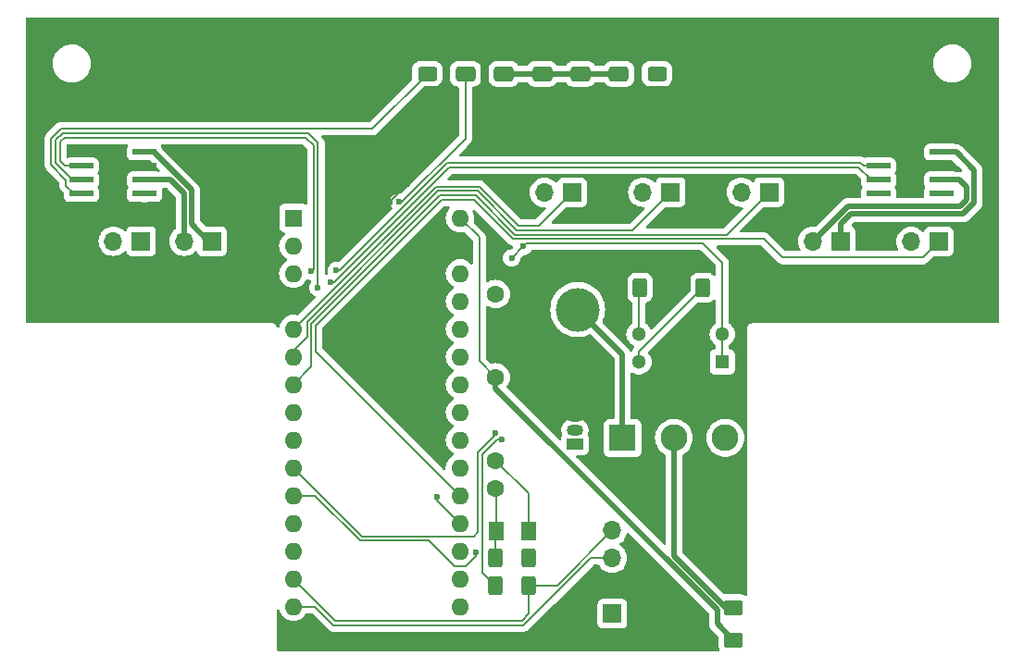
<source format=gtl>
G04 #@! TF.GenerationSoftware,KiCad,Pcbnew,8.0.3*
G04 #@! TF.CreationDate,2025-05-14T17:26:27-04:00*
G04 #@! TF.ProjectId,ballsi,62616c6c-7369-42e6-9b69-6361645f7063,rev?*
G04 #@! TF.SameCoordinates,Original*
G04 #@! TF.FileFunction,Copper,L1,Top*
G04 #@! TF.FilePolarity,Positive*
%FSLAX46Y46*%
G04 Gerber Fmt 4.6, Leading zero omitted, Abs format (unit mm)*
G04 Created by KiCad (PCBNEW 8.0.3) date 2025-05-14 17:26:27*
%MOMM*%
%LPD*%
G01*
G04 APERTURE LIST*
G04 Aperture macros list*
%AMRoundRect*
0 Rectangle with rounded corners*
0 $1 Rounding radius*
0 $2 $3 $4 $5 $6 $7 $8 $9 X,Y pos of 4 corners*
0 Add a 4 corners polygon primitive as box body*
4,1,4,$2,$3,$4,$5,$6,$7,$8,$9,$2,$3,0*
0 Add four circle primitives for the rounded corners*
1,1,$1+$1,$2,$3*
1,1,$1+$1,$4,$5*
1,1,$1+$1,$6,$7*
1,1,$1+$1,$8,$9*
0 Add four rect primitives between the rounded corners*
20,1,$1+$1,$2,$3,$4,$5,0*
20,1,$1+$1,$4,$5,$6,$7,0*
20,1,$1+$1,$6,$7,$8,$9,0*
20,1,$1+$1,$8,$9,$2,$3,0*%
G04 Aperture macros list end*
G04 #@! TA.AperFunction,ComponentPad*
%ADD10O,1.700000X1.700000*%
G04 #@! TD*
G04 #@! TA.AperFunction,ComponentPad*
%ADD11R,1.700000X1.700000*%
G04 #@! TD*
G04 #@! TA.AperFunction,SMDPad,CuDef*
%ADD12RoundRect,0.250000X0.400000X0.625000X-0.400000X0.625000X-0.400000X-0.625000X0.400000X-0.625000X0*%
G04 #@! TD*
G04 #@! TA.AperFunction,ComponentPad*
%ADD13R,1.500000X1.050000*%
G04 #@! TD*
G04 #@! TA.AperFunction,ComponentPad*
%ADD14O,1.500000X1.050000*%
G04 #@! TD*
G04 #@! TA.AperFunction,SMDPad,CuDef*
%ADD15RoundRect,0.250001X-0.462499X-0.624999X0.462499X-0.624999X0.462499X0.624999X-0.462499X0.624999X0*%
G04 #@! TD*
G04 #@! TA.AperFunction,SMDPad,CuDef*
%ADD16RoundRect,0.250000X0.625000X-0.400000X0.625000X0.400000X-0.625000X0.400000X-0.625000X-0.400000X0*%
G04 #@! TD*
G04 #@! TA.AperFunction,SMDPad,CuDef*
%ADD17RoundRect,0.250001X0.624999X-0.462499X0.624999X0.462499X-0.624999X0.462499X-0.624999X-0.462499X0*%
G04 #@! TD*
G04 #@! TA.AperFunction,ComponentPad*
%ADD18C,4.000000*%
G04 #@! TD*
G04 #@! TA.AperFunction,ComponentPad*
%ADD19R,3.800000X3.800000*%
G04 #@! TD*
G04 #@! TA.AperFunction,SMDPad,CuDef*
%ADD20RoundRect,0.250000X0.650000X-0.412500X0.650000X0.412500X-0.650000X0.412500X-0.650000X-0.412500X0*%
G04 #@! TD*
G04 #@! TA.AperFunction,SMDPad,CuDef*
%ADD21R,2.387600X3.098800*%
G04 #@! TD*
G04 #@! TA.AperFunction,SMDPad,CuDef*
%ADD22R,2.209800X0.508000*%
G04 #@! TD*
G04 #@! TA.AperFunction,ComponentPad*
%ADD23C,2.450000*%
G04 #@! TD*
G04 #@! TA.AperFunction,ComponentPad*
%ADD24R,2.450000X2.450000*%
G04 #@! TD*
G04 #@! TA.AperFunction,ComponentPad*
%ADD25R,1.600000X1.600000*%
G04 #@! TD*
G04 #@! TA.AperFunction,ComponentPad*
%ADD26O,1.600000X1.600000*%
G04 #@! TD*
G04 #@! TA.AperFunction,ComponentPad*
%ADD27C,1.300000*%
G04 #@! TD*
G04 #@! TA.AperFunction,ComponentPad*
%ADD28R,1.300000X1.300000*%
G04 #@! TD*
G04 #@! TA.AperFunction,ComponentPad*
%ADD29C,1.600200*%
G04 #@! TD*
G04 #@! TA.AperFunction,ViaPad*
%ADD30C,0.600000*%
G04 #@! TD*
G04 #@! TA.AperFunction,Conductor*
%ADD31C,0.200000*%
G04 #@! TD*
G04 #@! TA.AperFunction,Conductor*
%ADD32C,0.500000*%
G04 #@! TD*
G04 APERTURE END LIST*
D10*
X229445000Y-71025000D03*
X231985000Y-71025000D03*
D11*
X234525000Y-71025000D03*
D10*
X223000000Y-71000000D03*
D11*
X225540000Y-71000000D03*
D10*
X165500000Y-71000000D03*
D11*
X168040000Y-71000000D03*
D10*
X156500000Y-71000000D03*
X159040000Y-71000000D03*
D11*
X161580000Y-71000000D03*
D12*
X197050000Y-100000000D03*
X193950000Y-100000000D03*
X197050000Y-102500000D03*
X193950000Y-102500000D03*
D13*
X201250000Y-89540000D03*
D14*
X201250000Y-88270000D03*
X201250000Y-87000000D03*
D15*
X194012500Y-97500000D03*
X196987500Y-97500000D03*
D12*
X216050000Y-75250000D03*
X212950000Y-75250000D03*
D16*
X187750000Y-52575000D03*
X187750000Y-55675000D03*
D12*
X207200000Y-75250000D03*
X210300000Y-75250000D03*
D10*
X204670000Y-97460000D03*
X204670000Y-100000000D03*
X204670000Y-102540000D03*
D11*
X204670000Y-105080000D03*
D17*
X215750000Y-104512500D03*
X215750000Y-107487500D03*
D18*
X201500000Y-77250000D03*
D19*
X201500000Y-82250000D03*
D20*
X205250000Y-52562500D03*
X205250000Y-55687500D03*
D16*
X208750000Y-55675000D03*
X208750000Y-52575000D03*
D10*
X204920000Y-66500000D03*
X207460000Y-66500000D03*
D11*
X210000000Y-66500000D03*
D21*
X159000000Y-64750000D03*
D22*
X161875001Y-62845000D03*
X161875001Y-64115000D03*
X161875001Y-65385000D03*
X161875001Y-66655000D03*
X156124999Y-66655000D03*
X156124999Y-65385000D03*
X156124999Y-64115000D03*
X156124999Y-62845000D03*
D23*
X215000000Y-89000000D03*
X210300000Y-89000000D03*
D24*
X205600000Y-89000000D03*
D10*
X213920000Y-66500000D03*
X216460000Y-66500000D03*
D11*
X219000000Y-66500000D03*
D25*
X175500000Y-68880000D03*
D26*
X175500000Y-71420000D03*
X175500000Y-73960000D03*
X175500000Y-76500000D03*
X175500000Y-79040000D03*
X175500000Y-81580000D03*
X175500000Y-84120000D03*
X175500000Y-86660000D03*
X175500000Y-89200000D03*
X175500000Y-91740000D03*
X175500000Y-94280000D03*
X175500000Y-96820000D03*
X175500000Y-99360000D03*
X175500000Y-101900000D03*
X175500000Y-104440000D03*
X190740000Y-104440000D03*
X190740000Y-101900000D03*
X190740000Y-99360000D03*
X190740000Y-96820000D03*
X190740000Y-94280000D03*
X190740000Y-91740000D03*
X190740000Y-89200000D03*
X190740000Y-86660000D03*
X190740000Y-84120000D03*
X190740000Y-81580000D03*
X190740000Y-79040000D03*
X190740000Y-76500000D03*
X190740000Y-73960000D03*
X190740000Y-71420000D03*
X190740000Y-68880000D03*
D20*
X198250000Y-52562500D03*
X198250000Y-55687500D03*
D21*
X231894400Y-64750000D03*
D22*
X234769401Y-62845000D03*
X234769401Y-64115000D03*
X234769401Y-65385000D03*
X234769401Y-66655000D03*
X229019399Y-66655000D03*
X229019399Y-65385000D03*
X229019399Y-64115000D03*
X229019399Y-62845000D03*
D20*
X191250000Y-52562500D03*
X191250000Y-55687500D03*
D27*
X207100000Y-82040000D03*
X207100000Y-79500000D03*
X214720000Y-79500000D03*
D28*
X214720000Y-82040000D03*
D10*
X195905000Y-66525000D03*
X198445000Y-66525000D03*
D11*
X200985000Y-66525000D03*
D20*
X194750000Y-52562500D03*
X194750000Y-55687500D03*
D29*
X194000000Y-75835001D03*
X194000000Y-83455001D03*
X194000000Y-91075001D03*
X194000000Y-93615001D03*
D20*
X201750000Y-52562500D03*
X201750000Y-55687500D03*
D30*
X187500000Y-70000000D03*
X185961571Y-65750000D03*
X184355944Y-67441728D03*
X229019399Y-66655000D03*
X208750000Y-55675000D03*
X185155100Y-67405000D03*
X194750000Y-55687500D03*
X192150000Y-99500000D03*
X194000000Y-88512063D03*
X179437892Y-73687892D03*
X178922151Y-74769322D03*
X188650000Y-94392578D03*
X196530331Y-71469669D03*
X195469669Y-72530331D03*
X197050000Y-100000000D03*
X194572332Y-89112063D03*
X177150000Y-73750000D03*
X177750000Y-75250000D03*
X161875001Y-66655000D03*
X234769401Y-66655000D03*
D31*
X185961571Y-65750000D02*
X186000000Y-65750000D01*
X184355944Y-67355627D02*
X185961571Y-65750000D01*
X184355944Y-67441728D02*
X184355944Y-67355627D01*
D32*
X194750000Y-55687500D02*
X205250000Y-55687500D01*
D31*
X154720099Y-65396686D02*
X154720099Y-65939000D01*
X154234314Y-60700000D02*
X153350000Y-61584314D01*
X153350000Y-61584314D02*
X153350000Y-64026587D01*
X153350000Y-64026587D02*
X154720099Y-65396686D01*
X182725000Y-60700000D02*
X154234314Y-60700000D01*
X187750000Y-55675000D02*
X182725000Y-60700000D01*
X154720099Y-65939000D02*
X155436099Y-66655000D01*
X155436099Y-66655000D02*
X156124999Y-66655000D01*
X191250000Y-61592942D02*
X191250000Y-55687500D01*
X185437942Y-67405000D02*
X191250000Y-61592942D01*
X185155100Y-67405000D02*
X185437942Y-67405000D01*
X214720000Y-72970000D02*
X214720000Y-79500000D01*
X196800000Y-71200000D02*
X212950000Y-71200000D01*
X196530331Y-71469669D02*
X196800000Y-71200000D01*
X212950000Y-71200000D02*
X214720000Y-72970000D01*
X214720000Y-79500000D02*
X214720000Y-82040000D01*
X207100000Y-75350000D02*
X207200000Y-75250000D01*
X207100000Y-79500000D02*
X207100000Y-75350000D01*
X207100000Y-82040000D02*
X206750000Y-81690000D01*
X192150000Y-99850000D02*
X192150000Y-99500000D01*
X191250000Y-100750000D02*
X192150000Y-99850000D01*
X187900000Y-98400000D02*
X190250000Y-100750000D01*
X181594314Y-98400000D02*
X187900000Y-98400000D01*
X177474314Y-94280000D02*
X181594314Y-98400000D01*
X190250000Y-100750000D02*
X191250000Y-100750000D01*
X175500000Y-94280000D02*
X177474314Y-94280000D01*
X192000000Y-98000000D02*
X181760000Y-98000000D01*
X192350000Y-97650000D02*
X192000000Y-98000000D01*
X194000000Y-88684314D02*
X192350000Y-90334314D01*
X192350000Y-90334314D02*
X192350000Y-97650000D01*
X194000000Y-88512063D02*
X194000000Y-88684314D01*
X181760000Y-98000000D02*
X175500000Y-91740000D01*
X192750000Y-101300000D02*
X193950000Y-102500000D01*
X194137937Y-89112063D02*
X192750000Y-90500000D01*
X194572332Y-89112063D02*
X194137937Y-89112063D01*
X192750000Y-90500000D02*
X192750000Y-101300000D01*
X195768629Y-70400000D02*
X215100000Y-70400000D01*
X215100000Y-70400000D02*
X219000000Y-66500000D01*
X188705686Y-66400000D02*
X176750000Y-78355686D01*
X195934315Y-70000000D02*
X192334315Y-66400000D01*
X176750000Y-78355686D02*
X176750000Y-79750000D01*
X176750000Y-79750000D02*
X175500000Y-81000000D01*
X206500000Y-70000000D02*
X195934315Y-70000000D01*
X175500000Y-81000000D02*
X175500000Y-81580000D01*
X210000000Y-66500000D02*
X206500000Y-70000000D01*
X192334315Y-66400000D02*
X188705686Y-66400000D01*
X210000000Y-66500000D02*
X210250000Y-66750000D01*
X197910000Y-69600000D02*
X200985000Y-66525000D01*
X196100000Y-69600000D02*
X197910000Y-69600000D01*
X192500000Y-66000000D02*
X196100000Y-69600000D01*
X188540000Y-66000000D02*
X192500000Y-66000000D01*
X175500000Y-79040000D02*
X188540000Y-66000000D01*
X227626184Y-64115000D02*
X229019399Y-64115000D01*
X189558628Y-63850000D02*
X227361184Y-63850000D01*
X179720736Y-73687892D02*
X189558628Y-63850000D01*
X179437892Y-73687892D02*
X179720736Y-73687892D01*
X227361184Y-63850000D02*
X227626184Y-64115000D01*
X228330499Y-65385000D02*
X229019399Y-65385000D01*
X189724314Y-64250000D02*
X227195499Y-64250000D01*
X178922151Y-74769322D02*
X179204992Y-74769322D01*
X179204992Y-74769322D02*
X189724314Y-64250000D01*
X227195499Y-64250000D02*
X228330499Y-65385000D01*
D32*
X236095000Y-62845000D02*
X234769401Y-62845000D01*
D31*
X233050000Y-72500000D02*
X234525000Y-71025000D01*
X220250000Y-72500000D02*
X233050000Y-72500000D01*
X195602943Y-70800000D02*
X218550000Y-70800000D01*
X192002943Y-67200000D02*
X195602943Y-70800000D01*
X177550000Y-78687058D02*
X189037058Y-67200000D01*
X177550000Y-81090000D02*
X177550000Y-78687058D01*
X190740000Y-94280000D02*
X177550000Y-81090000D01*
X189037058Y-67200000D02*
X192002943Y-67200000D01*
X218550000Y-70800000D02*
X220250000Y-72500000D01*
X195469669Y-72530331D02*
X196530331Y-71469669D01*
X188650000Y-94730000D02*
X190740000Y-96820000D01*
X188650000Y-94392578D02*
X188650000Y-94730000D01*
X202695686Y-100000000D02*
X204670000Y-100000000D01*
X196545686Y-106150000D02*
X202695686Y-100000000D01*
X177474314Y-104440000D02*
X179184314Y-106150000D01*
X179184314Y-106150000D02*
X196545686Y-106150000D01*
X175500000Y-104440000D02*
X177474314Y-104440000D01*
X193950000Y-97562500D02*
X194012500Y-97500000D01*
X193950000Y-100000000D02*
X193950000Y-97562500D01*
X196987500Y-94062501D02*
X196987500Y-97500000D01*
X194000000Y-91075001D02*
X196987500Y-94062501D01*
X194012500Y-93627501D02*
X194000000Y-93615001D01*
X194012500Y-97500000D02*
X194012500Y-93627501D01*
X154569785Y-64115000D02*
X156124999Y-64115000D01*
X154565686Y-61500000D02*
X154150000Y-61915686D01*
X154150000Y-61915686D02*
X154150000Y-63695215D01*
X176600000Y-61500000D02*
X154565686Y-61500000D01*
X177350000Y-62250000D02*
X176600000Y-61500000D01*
X177350000Y-73550000D02*
X177350000Y-62250000D01*
X177150000Y-73750000D02*
X177350000Y-73550000D01*
X154150000Y-63695215D02*
X154569785Y-64115000D01*
X153750000Y-61750000D02*
X153750000Y-63860901D01*
X153750000Y-63860901D02*
X155274099Y-65385000D01*
X154400000Y-61100000D02*
X153750000Y-61750000D01*
X155274099Y-65385000D02*
X156124999Y-65385000D01*
X176850000Y-61100000D02*
X154400000Y-61100000D01*
X177750000Y-62000000D02*
X176850000Y-61100000D01*
X177750000Y-75250000D02*
X177750000Y-62000000D01*
X188871372Y-66800000D02*
X192168629Y-66800000D01*
X177150000Y-78521372D02*
X188871372Y-66800000D01*
X177150000Y-82470000D02*
X177150000Y-78521372D01*
X175500000Y-84120000D02*
X177150000Y-82470000D01*
X192500000Y-70640000D02*
X190740000Y-68880000D01*
X192500000Y-81955001D02*
X192500000Y-70640000D01*
X194000000Y-83455001D02*
X192500000Y-81955001D01*
D32*
X167750000Y-71000000D02*
X168040000Y-71000000D01*
X166200000Y-69450000D02*
X167750000Y-71000000D01*
X166200000Y-66319099D02*
X166200000Y-69450000D01*
X162725901Y-62845000D02*
X166200000Y-66319099D01*
X161875001Y-62845000D02*
X162725901Y-62845000D01*
X237750000Y-67500000D02*
X237750000Y-64500000D01*
X236750000Y-68500000D02*
X237750000Y-67500000D01*
X237750000Y-64500000D02*
X236095000Y-62845000D01*
X226489950Y-68500000D02*
X236750000Y-68500000D01*
X225540000Y-71000000D02*
X225540000Y-69449950D01*
X225540000Y-69449950D02*
X226489950Y-68500000D01*
X237050000Y-66050000D02*
X236385000Y-65385000D01*
X226200000Y-67800000D02*
X236460050Y-67800000D01*
X236385000Y-65385000D02*
X234769401Y-65385000D01*
X223000000Y-71000000D02*
X226200000Y-67800000D01*
X236460050Y-67800000D02*
X237050000Y-67210049D01*
X237050000Y-67210049D02*
X237050000Y-66050000D01*
X164275951Y-65385000D02*
X161875001Y-65385000D01*
X165500000Y-66609049D02*
X164275951Y-65385000D01*
X165500000Y-71000000D02*
X165500000Y-66609049D01*
X214950000Y-104512500D02*
X215750000Y-104512500D01*
X210300000Y-99775050D02*
X214950000Y-104425050D01*
X214950000Y-104425050D02*
X214950000Y-104512500D01*
X210300000Y-89000000D02*
X210300000Y-99775050D01*
X194000000Y-84465000D02*
X194000000Y-83455001D01*
X214250000Y-104715000D02*
X194000000Y-84465000D01*
X214250000Y-105987500D02*
X214250000Y-104715000D01*
X215750000Y-107487500D02*
X214250000Y-105987500D01*
X205600000Y-81350000D02*
X205600000Y-89000000D01*
X201500000Y-77250000D02*
X205600000Y-81350000D01*
X194812500Y-55750000D02*
X194750000Y-55687500D01*
D31*
X199630000Y-102500000D02*
X204670000Y-97460000D01*
X197050000Y-102500000D02*
X199630000Y-102500000D01*
X179350000Y-105750000D02*
X175500000Y-101900000D01*
X197050000Y-105080000D02*
X196380000Y-105750000D01*
X196380000Y-105750000D02*
X179350000Y-105750000D01*
X197050000Y-102500000D02*
X197050000Y-105080000D01*
X192168629Y-66800000D02*
X195768629Y-70400000D01*
X207100000Y-82040000D02*
X207100000Y-81100000D01*
X207100000Y-81100000D02*
X212950000Y-75250000D01*
G04 #@! TA.AperFunction,Conductor*
G36*
X206152715Y-97691643D02*
G01*
X206191584Y-97717951D01*
X213463181Y-104989548D01*
X213496666Y-105050871D01*
X213499500Y-105077229D01*
X213499500Y-106061418D01*
X213499500Y-106061420D01*
X213499499Y-106061420D01*
X213528340Y-106206407D01*
X213528343Y-106206417D01*
X213584913Y-106342990D01*
X213605498Y-106373798D01*
X213667045Y-106465914D01*
X213667049Y-106465918D01*
X214338181Y-107137048D01*
X214371666Y-107198371D01*
X214374500Y-107224729D01*
X214374500Y-108000015D01*
X214385000Y-108102795D01*
X214385001Y-108102796D01*
X214440185Y-108269332D01*
X214465518Y-108310403D01*
X214483958Y-108377796D01*
X214463035Y-108444459D01*
X214409393Y-108489229D01*
X214359979Y-108499500D01*
X174124500Y-108499500D01*
X174057461Y-108479815D01*
X174011706Y-108427011D01*
X174000500Y-108375500D01*
X174000500Y-104810411D01*
X174020185Y-104743372D01*
X174072989Y-104697617D01*
X174142147Y-104687673D01*
X174205703Y-104716698D01*
X174243477Y-104775476D01*
X174244275Y-104778318D01*
X174273258Y-104886488D01*
X174273261Y-104886497D01*
X174369431Y-105092732D01*
X174369432Y-105092734D01*
X174499954Y-105279141D01*
X174660858Y-105440045D01*
X174660861Y-105440047D01*
X174847266Y-105570568D01*
X175053504Y-105666739D01*
X175273308Y-105725635D01*
X175435230Y-105739801D01*
X175499998Y-105745468D01*
X175500000Y-105745468D01*
X175500002Y-105745468D01*
X175556673Y-105740509D01*
X175726692Y-105725635D01*
X175946496Y-105666739D01*
X176152734Y-105570568D01*
X176339139Y-105440047D01*
X176500047Y-105279139D01*
X176630118Y-105093375D01*
X176684693Y-105049752D01*
X176731692Y-105040500D01*
X177174217Y-105040500D01*
X177241256Y-105060185D01*
X177261898Y-105076819D01*
X178699453Y-106514374D01*
X178699463Y-106514385D01*
X178703793Y-106518715D01*
X178703794Y-106518716D01*
X178815598Y-106630520D01*
X178902409Y-106680639D01*
X178902411Y-106680641D01*
X178952527Y-106709576D01*
X178952529Y-106709577D01*
X179105256Y-106750500D01*
X179105257Y-106750500D01*
X196459017Y-106750500D01*
X196459033Y-106750501D01*
X196466629Y-106750501D01*
X196624740Y-106750501D01*
X196624743Y-106750501D01*
X196777471Y-106709577D01*
X196827590Y-106680639D01*
X196914402Y-106630520D01*
X197026206Y-106518716D01*
X197026206Y-106518714D01*
X197036414Y-106508507D01*
X197036415Y-106508504D01*
X199362785Y-104182135D01*
X203319500Y-104182135D01*
X203319500Y-105977870D01*
X203319501Y-105977876D01*
X203325908Y-106037483D01*
X203376202Y-106172328D01*
X203376206Y-106172335D01*
X203462452Y-106287544D01*
X203462455Y-106287547D01*
X203577664Y-106373793D01*
X203577671Y-106373797D01*
X203712517Y-106424091D01*
X203712516Y-106424091D01*
X203719444Y-106424835D01*
X203772127Y-106430500D01*
X205567872Y-106430499D01*
X205627483Y-106424091D01*
X205762331Y-106373796D01*
X205877546Y-106287546D01*
X205963796Y-106172331D01*
X206014091Y-106037483D01*
X206020500Y-105977873D01*
X206020499Y-104182128D01*
X206014091Y-104122517D01*
X205995450Y-104072539D01*
X205963796Y-103987669D01*
X205963793Y-103987664D01*
X205877547Y-103872455D01*
X205877544Y-103872452D01*
X205762335Y-103786206D01*
X205762328Y-103786202D01*
X205627482Y-103735908D01*
X205627483Y-103735908D01*
X205567883Y-103729501D01*
X205567881Y-103729500D01*
X205567873Y-103729500D01*
X205567864Y-103729500D01*
X203772129Y-103729500D01*
X203772123Y-103729501D01*
X203712516Y-103735908D01*
X203577671Y-103786202D01*
X203577664Y-103786206D01*
X203462455Y-103872452D01*
X203462452Y-103872455D01*
X203376206Y-103987664D01*
X203376204Y-103987669D01*
X203325908Y-104122517D01*
X203319501Y-104182116D01*
X203319501Y-104182123D01*
X203319500Y-104182135D01*
X199362785Y-104182135D01*
X202908102Y-100636819D01*
X202969425Y-100603334D01*
X202995783Y-100600500D01*
X203380909Y-100600500D01*
X203447948Y-100620185D01*
X203493292Y-100672097D01*
X203495965Y-100677830D01*
X203631505Y-100871401D01*
X203798599Y-101038495D01*
X203895384Y-101106265D01*
X203992165Y-101174032D01*
X203992167Y-101174033D01*
X203992170Y-101174035D01*
X204206337Y-101273903D01*
X204206343Y-101273904D01*
X204206344Y-101273905D01*
X204251880Y-101286106D01*
X204434592Y-101335063D01*
X204622918Y-101351539D01*
X204669999Y-101355659D01*
X204670000Y-101355659D01*
X204670001Y-101355659D01*
X204709234Y-101352226D01*
X204905408Y-101335063D01*
X205133663Y-101273903D01*
X205347830Y-101174035D01*
X205541401Y-101038495D01*
X205708495Y-100871401D01*
X205844035Y-100677830D01*
X205943903Y-100463663D01*
X206005063Y-100235408D01*
X206025659Y-100000000D01*
X206005063Y-99764592D01*
X205943903Y-99536337D01*
X205844035Y-99322171D01*
X205711793Y-99133308D01*
X205708494Y-99128597D01*
X205541402Y-98961506D01*
X205541396Y-98961501D01*
X205355842Y-98831575D01*
X205312217Y-98776998D01*
X205305023Y-98707500D01*
X205336546Y-98645145D01*
X205355842Y-98628425D01*
X205395723Y-98600500D01*
X205541401Y-98498495D01*
X205708495Y-98331401D01*
X205844035Y-98137830D01*
X205943903Y-97923663D01*
X205984128Y-97773538D01*
X206020493Y-97713879D01*
X206083339Y-97683349D01*
X206152715Y-97691643D01*
G37*
G04 #@! TD.AperFunction*
G04 #@! TA.AperFunction,Conductor*
G36*
X239942539Y-50520185D02*
G01*
X239988294Y-50572989D01*
X239999500Y-50624500D01*
X239999500Y-78375500D01*
X239979815Y-78442539D01*
X239927011Y-78488294D01*
X239875500Y-78499500D01*
X217434108Y-78499500D01*
X217306812Y-78533608D01*
X217192686Y-78599500D01*
X217192683Y-78599502D01*
X217099502Y-78692683D01*
X217099500Y-78692686D01*
X217033608Y-78806812D01*
X216999500Y-78934108D01*
X216999500Y-103331240D01*
X216979815Y-103398279D01*
X216927011Y-103444034D01*
X216857853Y-103453978D01*
X216810403Y-103436778D01*
X216694337Y-103365187D01*
X216694335Y-103365186D01*
X216584791Y-103328887D01*
X216527797Y-103310001D01*
X216527795Y-103310000D01*
X216425015Y-103299500D01*
X216425008Y-103299500D01*
X215074992Y-103299500D01*
X215074984Y-103299500D01*
X214965469Y-103310689D01*
X214965244Y-103308491D01*
X214905941Y-103304036D01*
X214862009Y-103275691D01*
X211086819Y-99500501D01*
X211053334Y-99439178D01*
X211050500Y-99412820D01*
X211050500Y-90631652D01*
X211070185Y-90564613D01*
X211120697Y-90519932D01*
X211165169Y-90498517D01*
X211378848Y-90352833D01*
X211543515Y-90200045D01*
X211568424Y-90176933D01*
X211568424Y-90176931D01*
X211568428Y-90176929D01*
X211729672Y-89974734D01*
X211858981Y-89750766D01*
X211953464Y-89510026D01*
X212011012Y-89257893D01*
X212014109Y-89216564D01*
X212030338Y-89000004D01*
X212030338Y-88999995D01*
X213269662Y-88999995D01*
X213269662Y-89000004D01*
X213288986Y-89257883D01*
X213288987Y-89257888D01*
X213346532Y-89510012D01*
X213346534Y-89510021D01*
X213346536Y-89510026D01*
X213441019Y-89750766D01*
X213570328Y-89974734D01*
X213700566Y-90138048D01*
X213731575Y-90176933D01*
X213897155Y-90330567D01*
X213921152Y-90352833D01*
X214134831Y-90498517D01*
X214134836Y-90498519D01*
X214134837Y-90498520D01*
X214134838Y-90498521D01*
X214249499Y-90553738D01*
X214367833Y-90610724D01*
X214367834Y-90610724D01*
X214367837Y-90610726D01*
X214614964Y-90686955D01*
X214870692Y-90725500D01*
X214870693Y-90725500D01*
X215129307Y-90725500D01*
X215129308Y-90725500D01*
X215385036Y-90686955D01*
X215632163Y-90610726D01*
X215865169Y-90498517D01*
X216078848Y-90352833D01*
X216243515Y-90200045D01*
X216268424Y-90176933D01*
X216268424Y-90176931D01*
X216268428Y-90176929D01*
X216429672Y-89974734D01*
X216558981Y-89750766D01*
X216653464Y-89510026D01*
X216711012Y-89257893D01*
X216714109Y-89216564D01*
X216730338Y-89000004D01*
X216730338Y-88999995D01*
X216711013Y-88742116D01*
X216711012Y-88742111D01*
X216711012Y-88742107D01*
X216653464Y-88489974D01*
X216558981Y-88249234D01*
X216429672Y-88025266D01*
X216268428Y-87823071D01*
X216268427Y-87823070D01*
X216268424Y-87823066D01*
X216078848Y-87647167D01*
X216033548Y-87616282D01*
X215865169Y-87501483D01*
X215865165Y-87501481D01*
X215865162Y-87501479D01*
X215865161Y-87501478D01*
X215632165Y-87389275D01*
X215632167Y-87389275D01*
X215385044Y-87313047D01*
X215385040Y-87313046D01*
X215385036Y-87313045D01*
X215262025Y-87294504D01*
X215129313Y-87274500D01*
X215129308Y-87274500D01*
X214870692Y-87274500D01*
X214870686Y-87274500D01*
X214711430Y-87298504D01*
X214614964Y-87313045D01*
X214614961Y-87313046D01*
X214614955Y-87313047D01*
X214367833Y-87389275D01*
X214134838Y-87501478D01*
X214134837Y-87501479D01*
X213921151Y-87647167D01*
X213731575Y-87823066D01*
X213570328Y-88025266D01*
X213441019Y-88249233D01*
X213346538Y-88489968D01*
X213346532Y-88489987D01*
X213288987Y-88742111D01*
X213288986Y-88742116D01*
X213269662Y-88999995D01*
X212030338Y-88999995D01*
X212011013Y-88742116D01*
X212011012Y-88742111D01*
X212011012Y-88742107D01*
X211953464Y-88489974D01*
X211858981Y-88249234D01*
X211729672Y-88025266D01*
X211568428Y-87823071D01*
X211568427Y-87823070D01*
X211568424Y-87823066D01*
X211378848Y-87647167D01*
X211333548Y-87616282D01*
X211165169Y-87501483D01*
X211165165Y-87501481D01*
X211165162Y-87501479D01*
X211165161Y-87501478D01*
X210932165Y-87389275D01*
X210932167Y-87389275D01*
X210685044Y-87313047D01*
X210685040Y-87313046D01*
X210685036Y-87313045D01*
X210562025Y-87294504D01*
X210429313Y-87274500D01*
X210429308Y-87274500D01*
X210170692Y-87274500D01*
X210170686Y-87274500D01*
X210011430Y-87298504D01*
X209914964Y-87313045D01*
X209914961Y-87313046D01*
X209914955Y-87313047D01*
X209667833Y-87389275D01*
X209434838Y-87501478D01*
X209434837Y-87501479D01*
X209221151Y-87647167D01*
X209031575Y-87823066D01*
X208870328Y-88025266D01*
X208741019Y-88249233D01*
X208646538Y-88489968D01*
X208646532Y-88489987D01*
X208588987Y-88742111D01*
X208588986Y-88742116D01*
X208569662Y-88999995D01*
X208569662Y-89000004D01*
X208588986Y-89257883D01*
X208588987Y-89257888D01*
X208646532Y-89510012D01*
X208646534Y-89510021D01*
X208646536Y-89510026D01*
X208741019Y-89750766D01*
X208870328Y-89974734D01*
X209000566Y-90138048D01*
X209031575Y-90176933D01*
X209197155Y-90330567D01*
X209221152Y-90352833D01*
X209434831Y-90498517D01*
X209479302Y-90519932D01*
X209531161Y-90566753D01*
X209549500Y-90631652D01*
X209549500Y-98653770D01*
X209529815Y-98720809D01*
X209477011Y-98766564D01*
X209407853Y-98776508D01*
X209344297Y-98747483D01*
X209337819Y-98741451D01*
X201373548Y-90777180D01*
X201340063Y-90715857D01*
X201345047Y-90646165D01*
X201386919Y-90590232D01*
X201452383Y-90565815D01*
X201461229Y-90565499D01*
X202047871Y-90565499D01*
X202047872Y-90565499D01*
X202107483Y-90559091D01*
X202242331Y-90508796D01*
X202357546Y-90422546D01*
X202443796Y-90307331D01*
X202494091Y-90172483D01*
X202500500Y-90112873D01*
X202500499Y-88967128D01*
X202494091Y-88907517D01*
X202490948Y-88899091D01*
X202443797Y-88772671D01*
X202443796Y-88772670D01*
X202443796Y-88772669D01*
X202442967Y-88771562D01*
X202442485Y-88770268D01*
X202439546Y-88764886D01*
X202440319Y-88764463D01*
X202418551Y-88706099D01*
X202427675Y-88649798D01*
X202436861Y-88627623D01*
X202461091Y-88569127D01*
X202500500Y-88371003D01*
X202500500Y-88168997D01*
X202461091Y-87970873D01*
X202383786Y-87784244D01*
X202383784Y-87784241D01*
X202383782Y-87784237D01*
X202271558Y-87616281D01*
X202128718Y-87473441D01*
X201960762Y-87361217D01*
X201960752Y-87361212D01*
X201774127Y-87283909D01*
X201774119Y-87283907D01*
X201576007Y-87244500D01*
X201576003Y-87244500D01*
X200923997Y-87244500D01*
X200923992Y-87244500D01*
X200725880Y-87283907D01*
X200725872Y-87283909D01*
X200539247Y-87361212D01*
X200539237Y-87361217D01*
X200371281Y-87473441D01*
X200228441Y-87616281D01*
X200116217Y-87784237D01*
X200116212Y-87784247D01*
X200038909Y-87970872D01*
X200038907Y-87970880D01*
X199999500Y-88168992D01*
X199999500Y-88371007D01*
X200038907Y-88569119D01*
X200038909Y-88569127D01*
X200072325Y-88649800D01*
X200079794Y-88719270D01*
X200060038Y-88764660D01*
X200060454Y-88764887D01*
X200057919Y-88769528D01*
X200057037Y-88771556D01*
X200056206Y-88772665D01*
X200056202Y-88772672D01*
X200005908Y-88907517D01*
X200003189Y-88932813D01*
X199999501Y-88967123D01*
X199999500Y-88967135D01*
X199999500Y-89103770D01*
X199979815Y-89170809D01*
X199927011Y-89216564D01*
X199857853Y-89226508D01*
X199794297Y-89197483D01*
X199787819Y-89191451D01*
X195028579Y-84432211D01*
X194995094Y-84370888D01*
X195000078Y-84301196D01*
X195014682Y-84273411D01*
X195130655Y-84107785D01*
X195226833Y-83901532D01*
X195285733Y-83681711D01*
X195305568Y-83455001D01*
X195285733Y-83228291D01*
X195241012Y-83061389D01*
X195226835Y-83008477D01*
X195226834Y-83008476D01*
X195226833Y-83008470D01*
X195130655Y-82802217D01*
X195127340Y-82797483D01*
X195000126Y-82615802D01*
X195000121Y-82615796D01*
X194839204Y-82454879D01*
X194839198Y-82454874D01*
X194652785Y-82324346D01*
X194652783Y-82324345D01*
X194498303Y-82252310D01*
X194446531Y-82228168D01*
X194446527Y-82228167D01*
X194446523Y-82228165D01*
X194226715Y-82169269D01*
X194226705Y-82169267D01*
X194000001Y-82149433D01*
X193999999Y-82149433D01*
X193773288Y-82169268D01*
X193773286Y-82169268D01*
X193676983Y-82195071D01*
X193607133Y-82193407D01*
X193557211Y-82162977D01*
X193136819Y-81742585D01*
X193103334Y-81681262D01*
X193100500Y-81654904D01*
X193100500Y-77031105D01*
X193120185Y-76964066D01*
X193172989Y-76918311D01*
X193242147Y-76908367D01*
X193295624Y-76929531D01*
X193347212Y-76965654D01*
X193347216Y-76965656D01*
X193553469Y-77061834D01*
X193773290Y-77120734D01*
X193954658Y-77136602D01*
X193999999Y-77140569D01*
X194000000Y-77140569D01*
X194000001Y-77140569D01*
X194037785Y-77137263D01*
X194226710Y-77120734D01*
X194446531Y-77061834D01*
X194652784Y-76965656D01*
X194839203Y-76835124D01*
X195000123Y-76674204D01*
X195130655Y-76487785D01*
X195226833Y-76281532D01*
X195285733Y-76061711D01*
X195305568Y-75835001D01*
X195285733Y-75608291D01*
X195226833Y-75388470D01*
X195130655Y-75182217D01*
X195116593Y-75162135D01*
X195000126Y-74995802D01*
X195000121Y-74995796D01*
X194839204Y-74834879D01*
X194839198Y-74834874D01*
X194652785Y-74704346D01*
X194652783Y-74704345D01*
X194512427Y-74638896D01*
X194446531Y-74608168D01*
X194446527Y-74608167D01*
X194446523Y-74608165D01*
X194226715Y-74549269D01*
X194226705Y-74549267D01*
X194000001Y-74529433D01*
X193999999Y-74529433D01*
X193773294Y-74549267D01*
X193773284Y-74549269D01*
X193553476Y-74608165D01*
X193553467Y-74608169D01*
X193347216Y-74704345D01*
X193347214Y-74704346D01*
X193295623Y-74740471D01*
X193229417Y-74762798D01*
X193161649Y-74745788D01*
X193113837Y-74694839D01*
X193100500Y-74638896D01*
X193100500Y-70729059D01*
X193100501Y-70729046D01*
X193100501Y-70560945D01*
X193100501Y-70560943D01*
X193059577Y-70408215D01*
X193024333Y-70347171D01*
X192980520Y-70271284D01*
X192868716Y-70159480D01*
X192868715Y-70159479D01*
X192864385Y-70155149D01*
X192864374Y-70155139D01*
X192031941Y-69322706D01*
X191998456Y-69261383D01*
X191999847Y-69202931D01*
X192025635Y-69106692D01*
X192045468Y-68880000D01*
X192025635Y-68653308D01*
X191966739Y-68433504D01*
X191896554Y-68282994D01*
X191886063Y-68213919D01*
X191914582Y-68150135D01*
X191973059Y-68111895D01*
X192042926Y-68111340D01*
X192096618Y-68142910D01*
X195118082Y-71164374D01*
X195118092Y-71164385D01*
X195122422Y-71168715D01*
X195122423Y-71168716D01*
X195234227Y-71280520D01*
X195297127Y-71316835D01*
X195371158Y-71359577D01*
X195494971Y-71392753D01*
X195554629Y-71429116D01*
X195585158Y-71491963D01*
X195576863Y-71561338D01*
X195550556Y-71600207D01*
X195451134Y-71699629D01*
X195389811Y-71733114D01*
X195377337Y-71735168D01*
X195290419Y-71744961D01*
X195120147Y-71804541D01*
X194967406Y-71900515D01*
X194839853Y-72028068D01*
X194743880Y-72180807D01*
X194684300Y-72351076D01*
X194684299Y-72351081D01*
X194664104Y-72530327D01*
X194664104Y-72530334D01*
X194684299Y-72709580D01*
X194684300Y-72709585D01*
X194743880Y-72879854D01*
X194839853Y-73032593D01*
X194967407Y-73160147D01*
X195007963Y-73185630D01*
X195100442Y-73243739D01*
X195120147Y-73256120D01*
X195266311Y-73307265D01*
X195290414Y-73315699D01*
X195290419Y-73315700D01*
X195469665Y-73335896D01*
X195469669Y-73335896D01*
X195469673Y-73335896D01*
X195648918Y-73315700D01*
X195648921Y-73315699D01*
X195648924Y-73315699D01*
X195819191Y-73256120D01*
X195971931Y-73160147D01*
X196099485Y-73032593D01*
X196195458Y-72879853D01*
X196255037Y-72709586D01*
X196264830Y-72622660D01*
X196291895Y-72558249D01*
X196300359Y-72548874D01*
X196548866Y-72300367D01*
X196610187Y-72266884D01*
X196622642Y-72264832D01*
X196709586Y-72255037D01*
X196879853Y-72195458D01*
X197032593Y-72099485D01*
X197160147Y-71971931D01*
X197231403Y-71858528D01*
X197283738Y-71812237D01*
X197336397Y-71800500D01*
X212649903Y-71800500D01*
X212716942Y-71820185D01*
X212737584Y-71836819D01*
X214083181Y-73182416D01*
X214116666Y-73243739D01*
X214119500Y-73270097D01*
X214119500Y-74033770D01*
X214099815Y-74100809D01*
X214047011Y-74146564D01*
X213977853Y-74156508D01*
X213914297Y-74127483D01*
X213907819Y-74121451D01*
X213818657Y-74032289D01*
X213818656Y-74032288D01*
X213725888Y-73975069D01*
X213669336Y-73940187D01*
X213669331Y-73940185D01*
X213667862Y-73939698D01*
X213502797Y-73885001D01*
X213502795Y-73885000D01*
X213400010Y-73874500D01*
X212499998Y-73874500D01*
X212499980Y-73874501D01*
X212397203Y-73885000D01*
X212397200Y-73885001D01*
X212230668Y-73940185D01*
X212230663Y-73940187D01*
X212081342Y-74032289D01*
X211957289Y-74156342D01*
X211865187Y-74305663D01*
X211865186Y-74305666D01*
X211810001Y-74472203D01*
X211810001Y-74472204D01*
X211810000Y-74472204D01*
X211799500Y-74574983D01*
X211799500Y-75499902D01*
X211779815Y-75566941D01*
X211763181Y-75587583D01*
X208329434Y-79021329D01*
X208268111Y-79054814D01*
X208198419Y-79049830D01*
X208142486Y-79007958D01*
X208130753Y-78988919D01*
X208082367Y-78891746D01*
X207953872Y-78721593D01*
X207819945Y-78599502D01*
X207796302Y-78577948D01*
X207759221Y-78554988D01*
X207712587Y-78502961D01*
X207700500Y-78449562D01*
X207700500Y-76721869D01*
X207720185Y-76654830D01*
X207772989Y-76609075D01*
X207785486Y-76604166D01*
X207919334Y-76559814D01*
X208068656Y-76467712D01*
X208192712Y-76343656D01*
X208284814Y-76194334D01*
X208339999Y-76027797D01*
X208350500Y-75925009D01*
X208350499Y-74574992D01*
X208348016Y-74550689D01*
X208339999Y-74472203D01*
X208339998Y-74472200D01*
X208284814Y-74305666D01*
X208192712Y-74156344D01*
X208068656Y-74032288D01*
X207975888Y-73975069D01*
X207919336Y-73940187D01*
X207919331Y-73940185D01*
X207917862Y-73939698D01*
X207752797Y-73885001D01*
X207752795Y-73885000D01*
X207650010Y-73874500D01*
X206749998Y-73874500D01*
X206749980Y-73874501D01*
X206647203Y-73885000D01*
X206647200Y-73885001D01*
X206480668Y-73940185D01*
X206480663Y-73940187D01*
X206331342Y-74032289D01*
X206207289Y-74156342D01*
X206115187Y-74305663D01*
X206115186Y-74305666D01*
X206060001Y-74472203D01*
X206060001Y-74472204D01*
X206060000Y-74472204D01*
X206049500Y-74574983D01*
X206049500Y-75925001D01*
X206049501Y-75925018D01*
X206060000Y-76027796D01*
X206060001Y-76027799D01*
X206083199Y-76097804D01*
X206115186Y-76194334D01*
X206207288Y-76343656D01*
X206331344Y-76467712D01*
X206440597Y-76535099D01*
X206487321Y-76587047D01*
X206499500Y-76640638D01*
X206499500Y-78449562D01*
X206479815Y-78516601D01*
X206440778Y-78554988D01*
X206423924Y-78565424D01*
X206403699Y-78577947D01*
X206246127Y-78721593D01*
X206117632Y-78891746D01*
X206022596Y-79082605D01*
X206022596Y-79082607D01*
X205964244Y-79287689D01*
X205944571Y-79499999D01*
X205944571Y-79500000D01*
X205964244Y-79712310D01*
X206022596Y-79917392D01*
X206022596Y-79917394D01*
X206117632Y-80108253D01*
X206246127Y-80278406D01*
X206246128Y-80278407D01*
X206403698Y-80422052D01*
X206584981Y-80534298D01*
X206584985Y-80534299D01*
X206584989Y-80534302D01*
X206585245Y-80534430D01*
X206585345Y-80534523D01*
X206589856Y-80537316D01*
X206589309Y-80538198D01*
X206636482Y-80581933D01*
X206653902Y-80649597D01*
X206631975Y-80715937D01*
X206622974Y-80726730D01*
X206619479Y-80731285D01*
X206569361Y-80818094D01*
X206569359Y-80818096D01*
X206540425Y-80868209D01*
X206540423Y-80868213D01*
X206540423Y-80868215D01*
X206524600Y-80927266D01*
X206506268Y-80995682D01*
X206469902Y-81055342D01*
X206407055Y-81085870D01*
X206337679Y-81077575D01*
X206283802Y-81033089D01*
X206271935Y-81011045D01*
X206267410Y-81000123D01*
X206265766Y-80995526D01*
X206232811Y-80946206D01*
X206210205Y-80912373D01*
X206182952Y-80871585D01*
X203780467Y-78469099D01*
X203746982Y-78407776D01*
X203751966Y-78338084D01*
X203755941Y-78328640D01*
X203829503Y-78172315D01*
X203926731Y-77873079D01*
X203985688Y-77564015D01*
X203985689Y-77564004D01*
X204005444Y-77250005D01*
X204005444Y-77249994D01*
X203985689Y-76935995D01*
X203985688Y-76935988D01*
X203985688Y-76935985D01*
X203926731Y-76626921D01*
X203829503Y-76327685D01*
X203807785Y-76281533D01*
X203704345Y-76061711D01*
X203695537Y-76042993D01*
X203620657Y-75925001D01*
X203526948Y-75777338D01*
X203526945Y-75777334D01*
X203326393Y-75534909D01*
X203326391Y-75534907D01*
X203150178Y-75369431D01*
X203097030Y-75319522D01*
X203097027Y-75319520D01*
X203097021Y-75319515D01*
X202842495Y-75134591D01*
X202842488Y-75134586D01*
X202842484Y-75134584D01*
X202566766Y-74983006D01*
X202566763Y-74983004D01*
X202566758Y-74983002D01*
X202566757Y-74983001D01*
X202274228Y-74867181D01*
X202274225Y-74867180D01*
X201969476Y-74788934D01*
X201969463Y-74788932D01*
X201657329Y-74749500D01*
X201657318Y-74749500D01*
X201342682Y-74749500D01*
X201342670Y-74749500D01*
X201030536Y-74788932D01*
X201030523Y-74788934D01*
X200725774Y-74867180D01*
X200725771Y-74867181D01*
X200433242Y-74983001D01*
X200433241Y-74983002D01*
X200157516Y-75134584D01*
X200157504Y-75134591D01*
X199902978Y-75319515D01*
X199902968Y-75319523D01*
X199673608Y-75534907D01*
X199673606Y-75534909D01*
X199473054Y-75777334D01*
X199473051Y-75777338D01*
X199304464Y-76042990D01*
X199304461Y-76042996D01*
X199170499Y-76327678D01*
X199170497Y-76327683D01*
X199073270Y-76626916D01*
X199014311Y-76935988D01*
X199014310Y-76935995D01*
X198994556Y-77249994D01*
X198994556Y-77250005D01*
X199014310Y-77564004D01*
X199014311Y-77564011D01*
X199073270Y-77873083D01*
X199170497Y-78172316D01*
X199170499Y-78172321D01*
X199304461Y-78457003D01*
X199304464Y-78457009D01*
X199473051Y-78722661D01*
X199473054Y-78722665D01*
X199673606Y-78965090D01*
X199673608Y-78965092D01*
X199673610Y-78965094D01*
X199763845Y-79049830D01*
X199902968Y-79180476D01*
X199902978Y-79180484D01*
X200157504Y-79365408D01*
X200157509Y-79365410D01*
X200157516Y-79365416D01*
X200433234Y-79516994D01*
X200433239Y-79516996D01*
X200433241Y-79516997D01*
X200433242Y-79516998D01*
X200725771Y-79632818D01*
X200725774Y-79632819D01*
X201030523Y-79711065D01*
X201030527Y-79711066D01*
X201096010Y-79719338D01*
X201342670Y-79750499D01*
X201342679Y-79750499D01*
X201342682Y-79750500D01*
X201342684Y-79750500D01*
X201657316Y-79750500D01*
X201657318Y-79750500D01*
X201657321Y-79750499D01*
X201657329Y-79750499D01*
X201843593Y-79726968D01*
X201969473Y-79711066D01*
X202274225Y-79632819D01*
X202566766Y-79516994D01*
X202574780Y-79512587D01*
X202643010Y-79497540D01*
X202708545Y-79521769D01*
X202722201Y-79533568D01*
X204813181Y-81624548D01*
X204846666Y-81685871D01*
X204849500Y-81712229D01*
X204849500Y-87150500D01*
X204829815Y-87217539D01*
X204777011Y-87263294D01*
X204725500Y-87274500D01*
X204327129Y-87274500D01*
X204327123Y-87274501D01*
X204267516Y-87280908D01*
X204132671Y-87331202D01*
X204132664Y-87331206D01*
X204017455Y-87417452D01*
X204017452Y-87417455D01*
X203931206Y-87532664D01*
X203931202Y-87532671D01*
X203880908Y-87667517D01*
X203874546Y-87726695D01*
X203874501Y-87727123D01*
X203874500Y-87727135D01*
X203874500Y-90272870D01*
X203874501Y-90272876D01*
X203880908Y-90332483D01*
X203931202Y-90467328D01*
X203931206Y-90467335D01*
X204017452Y-90582544D01*
X204017455Y-90582547D01*
X204132664Y-90668793D01*
X204132671Y-90668797D01*
X204267517Y-90719091D01*
X204267516Y-90719091D01*
X204274444Y-90719835D01*
X204327127Y-90725500D01*
X206872872Y-90725499D01*
X206932483Y-90719091D01*
X207067331Y-90668796D01*
X207182546Y-90582546D01*
X207268796Y-90467331D01*
X207319091Y-90332483D01*
X207325500Y-90272873D01*
X207325499Y-87727128D01*
X207319091Y-87667517D01*
X207299981Y-87616281D01*
X207268797Y-87532671D01*
X207268793Y-87532664D01*
X207182547Y-87417455D01*
X207182544Y-87417452D01*
X207067335Y-87331206D01*
X207067328Y-87331202D01*
X206932482Y-87280908D01*
X206932483Y-87280908D01*
X206872883Y-87274501D01*
X206872881Y-87274500D01*
X206872873Y-87274500D01*
X206872865Y-87274500D01*
X206474500Y-87274500D01*
X206407461Y-87254815D01*
X206361706Y-87202011D01*
X206350500Y-87150500D01*
X206350500Y-83151736D01*
X206370185Y-83084697D01*
X206422989Y-83038942D01*
X206492147Y-83028998D01*
X206539776Y-83046308D01*
X206584981Y-83074298D01*
X206783802Y-83151321D01*
X206993390Y-83190500D01*
X206993392Y-83190500D01*
X207206608Y-83190500D01*
X207206610Y-83190500D01*
X207416198Y-83151321D01*
X207615019Y-83074298D01*
X207796302Y-82962052D01*
X207953872Y-82818407D01*
X208082366Y-82648255D01*
X208098526Y-82615802D01*
X208177403Y-82457394D01*
X208177403Y-82457393D01*
X208177405Y-82457389D01*
X208235756Y-82252310D01*
X208255429Y-82040000D01*
X208235756Y-81827690D01*
X208177405Y-81622611D01*
X208177403Y-81622606D01*
X208177403Y-81622605D01*
X208082367Y-81431746D01*
X207950417Y-81257018D01*
X207951478Y-81256216D01*
X207923746Y-81199323D01*
X207931946Y-81129937D01*
X207958317Y-81090916D01*
X212389138Y-76660095D01*
X212450459Y-76626612D01*
X212489421Y-76624420D01*
X212499991Y-76625500D01*
X213400008Y-76625499D01*
X213400016Y-76625498D01*
X213400019Y-76625498D01*
X213456302Y-76619748D01*
X213502797Y-76614999D01*
X213669334Y-76559814D01*
X213818656Y-76467712D01*
X213907819Y-76378549D01*
X213969142Y-76345064D01*
X214038834Y-76350048D01*
X214094767Y-76391920D01*
X214119184Y-76457384D01*
X214119500Y-76466230D01*
X214119500Y-78449562D01*
X214099815Y-78516601D01*
X214060778Y-78554988D01*
X214043924Y-78565424D01*
X214023699Y-78577947D01*
X213866127Y-78721593D01*
X213737632Y-78891746D01*
X213642596Y-79082605D01*
X213642596Y-79082607D01*
X213584244Y-79287689D01*
X213564571Y-79499999D01*
X213564571Y-79500000D01*
X213584244Y-79712310D01*
X213642596Y-79917392D01*
X213642596Y-79917394D01*
X213737632Y-80108253D01*
X213866127Y-80278406D01*
X214023699Y-80422053D01*
X214036861Y-80430202D01*
X214060777Y-80445010D01*
X214107412Y-80497036D01*
X214119500Y-80550437D01*
X214119500Y-80767648D01*
X214099815Y-80834687D01*
X214047011Y-80880442D01*
X214008755Y-80890938D01*
X213962516Y-80895909D01*
X213827671Y-80946202D01*
X213827664Y-80946206D01*
X213712455Y-81032452D01*
X213712452Y-81032455D01*
X213626206Y-81147664D01*
X213626202Y-81147671D01*
X213575908Y-81282517D01*
X213569501Y-81342116D01*
X213569501Y-81342123D01*
X213569500Y-81342135D01*
X213569500Y-82737870D01*
X213569501Y-82737876D01*
X213575908Y-82797483D01*
X213626202Y-82932328D01*
X213626206Y-82932335D01*
X213712452Y-83047544D01*
X213712455Y-83047547D01*
X213827664Y-83133793D01*
X213827671Y-83133797D01*
X213962517Y-83184091D01*
X213962516Y-83184091D01*
X213969444Y-83184835D01*
X214022127Y-83190500D01*
X215417872Y-83190499D01*
X215477483Y-83184091D01*
X215612331Y-83133796D01*
X215727546Y-83047546D01*
X215813796Y-82932331D01*
X215864091Y-82797483D01*
X215870500Y-82737873D01*
X215870499Y-81342128D01*
X215864091Y-81282517D01*
X215862813Y-81279091D01*
X215813797Y-81147671D01*
X215813793Y-81147664D01*
X215727547Y-81032455D01*
X215727544Y-81032452D01*
X215612335Y-80946206D01*
X215612328Y-80946202D01*
X215477483Y-80895908D01*
X215431243Y-80890937D01*
X215366693Y-80864199D01*
X215326845Y-80806806D01*
X215320500Y-80767648D01*
X215320500Y-80550437D01*
X215340185Y-80483398D01*
X215379222Y-80445010D01*
X215416302Y-80422052D01*
X215573872Y-80278407D01*
X215702366Y-80108255D01*
X215751190Y-80010203D01*
X215797403Y-79917394D01*
X215797403Y-79917393D01*
X215797405Y-79917389D01*
X215855756Y-79712310D01*
X215875429Y-79500000D01*
X215855756Y-79287690D01*
X215797405Y-79082611D01*
X215797403Y-79082606D01*
X215797403Y-79082605D01*
X215702367Y-78891746D01*
X215573872Y-78721593D01*
X215439945Y-78599502D01*
X215416302Y-78577948D01*
X215379221Y-78554988D01*
X215332587Y-78502961D01*
X215320500Y-78449562D01*
X215320500Y-73059059D01*
X215320501Y-73059046D01*
X215320501Y-72890945D01*
X215320501Y-72890943D01*
X215279577Y-72738215D01*
X215226763Y-72646739D01*
X215200520Y-72601284D01*
X215088716Y-72489480D01*
X215088715Y-72489479D01*
X215084385Y-72485149D01*
X215084374Y-72485139D01*
X214211416Y-71612181D01*
X214177931Y-71550858D01*
X214182915Y-71481166D01*
X214224787Y-71425233D01*
X214290251Y-71400816D01*
X214299097Y-71400500D01*
X218249903Y-71400500D01*
X218316942Y-71420185D01*
X218337584Y-71436819D01*
X219765139Y-72864374D01*
X219765149Y-72864385D01*
X219769479Y-72868715D01*
X219769480Y-72868716D01*
X219881284Y-72980520D01*
X219881286Y-72980521D01*
X219933818Y-73010850D01*
X219933817Y-73010850D01*
X219933820Y-73010851D01*
X220018209Y-73059574D01*
X220018210Y-73059574D01*
X220018215Y-73059577D01*
X220170943Y-73100500D01*
X220329057Y-73100500D01*
X232963331Y-73100500D01*
X232963347Y-73100501D01*
X232970943Y-73100501D01*
X233129054Y-73100501D01*
X233129057Y-73100501D01*
X233281785Y-73059577D01*
X233366182Y-73010850D01*
X233418716Y-72980520D01*
X233530520Y-72868716D01*
X233530520Y-72868714D01*
X233540724Y-72858511D01*
X233540728Y-72858506D01*
X233987416Y-72411818D01*
X234048739Y-72378333D01*
X234075097Y-72375499D01*
X235422871Y-72375499D01*
X235422872Y-72375499D01*
X235482483Y-72369091D01*
X235617331Y-72318796D01*
X235732546Y-72232546D01*
X235818796Y-72117331D01*
X235869091Y-71982483D01*
X235875500Y-71922873D01*
X235875499Y-70127128D01*
X235869091Y-70067517D01*
X235867810Y-70064083D01*
X235818797Y-69932671D01*
X235818793Y-69932664D01*
X235732547Y-69817455D01*
X235732544Y-69817452D01*
X235617335Y-69731206D01*
X235617328Y-69731202D01*
X235482482Y-69680908D01*
X235482483Y-69680908D01*
X235422883Y-69674501D01*
X235422881Y-69674500D01*
X235422873Y-69674500D01*
X235422864Y-69674500D01*
X233627129Y-69674500D01*
X233627123Y-69674501D01*
X233567516Y-69680908D01*
X233432671Y-69731202D01*
X233432664Y-69731206D01*
X233317455Y-69817452D01*
X233317452Y-69817455D01*
X233231206Y-69932664D01*
X233231203Y-69932669D01*
X233182189Y-70064083D01*
X233140317Y-70120016D01*
X233074853Y-70144433D01*
X233006580Y-70129581D01*
X232978326Y-70108430D01*
X232856402Y-69986506D01*
X232856395Y-69986501D01*
X232662834Y-69850967D01*
X232662830Y-69850965D01*
X232662828Y-69850964D01*
X232448663Y-69751097D01*
X232448659Y-69751096D01*
X232448655Y-69751094D01*
X232220413Y-69689938D01*
X232220403Y-69689936D01*
X231985001Y-69669341D01*
X231984999Y-69669341D01*
X231749596Y-69689936D01*
X231749586Y-69689938D01*
X231521344Y-69751094D01*
X231521335Y-69751098D01*
X231307171Y-69850964D01*
X231307169Y-69850965D01*
X231113597Y-69986505D01*
X230946505Y-70153597D01*
X230810965Y-70347169D01*
X230810965Y-70347170D01*
X230711098Y-70561335D01*
X230711094Y-70561344D01*
X230649938Y-70789586D01*
X230649936Y-70789596D01*
X230629341Y-71024999D01*
X230629341Y-71025000D01*
X230649936Y-71260403D01*
X230649938Y-71260413D01*
X230711094Y-71488655D01*
X230711096Y-71488659D01*
X230711097Y-71488663D01*
X230712636Y-71491963D01*
X230810965Y-71702830D01*
X230810969Y-71702836D01*
X230812047Y-71704376D01*
X230812312Y-71705164D01*
X230813674Y-71707522D01*
X230813200Y-71707795D01*
X230834375Y-71770582D01*
X230817365Y-71838349D01*
X230766418Y-71886163D01*
X230710473Y-71899500D01*
X227014500Y-71899500D01*
X226947461Y-71879815D01*
X226901706Y-71827011D01*
X226890500Y-71775500D01*
X226890499Y-70102129D01*
X226890498Y-70102123D01*
X226889490Y-70092747D01*
X226884091Y-70042517D01*
X226882810Y-70039083D01*
X226833797Y-69907671D01*
X226833793Y-69907664D01*
X226747547Y-69792455D01*
X226747544Y-69792452D01*
X226632335Y-69706206D01*
X226632328Y-69706202D01*
X226603920Y-69695607D01*
X226547986Y-69653736D01*
X226523569Y-69588272D01*
X226538420Y-69519999D01*
X226559569Y-69491747D01*
X226764498Y-69286819D01*
X226825821Y-69253334D01*
X226852179Y-69250500D01*
X236823920Y-69250500D01*
X236921462Y-69231096D01*
X236968913Y-69221658D01*
X237105495Y-69165084D01*
X237154729Y-69132186D01*
X237228416Y-69082952D01*
X238332952Y-67978415D01*
X238395022Y-67885520D01*
X238412033Y-67860061D01*
X238415079Y-67855503D01*
X238415080Y-67855500D01*
X238415084Y-67855495D01*
X238447042Y-67778342D01*
X238471659Y-67718912D01*
X238499388Y-67579502D01*
X238499393Y-67579503D01*
X238499393Y-67579480D01*
X238500500Y-67573918D01*
X238500500Y-64426082D01*
X238500500Y-64426079D01*
X238471659Y-64281090D01*
X238471656Y-64281082D01*
X238415087Y-64144511D01*
X238415080Y-64144498D01*
X238332952Y-64021585D01*
X238332951Y-64021584D01*
X238228416Y-63917049D01*
X237814819Y-63503452D01*
X236573421Y-62262052D01*
X236573414Y-62262046D01*
X236470738Y-62193441D01*
X236470736Y-62193440D01*
X236450503Y-62179920D01*
X236450488Y-62179912D01*
X236313917Y-62123343D01*
X236313907Y-62123340D01*
X236168920Y-62094500D01*
X236168918Y-62094500D01*
X235966021Y-62094500D01*
X235952766Y-62093789D01*
X235922184Y-62090501D01*
X235922182Y-62090500D01*
X235922174Y-62090500D01*
X235922165Y-62090500D01*
X233616630Y-62090500D01*
X233616624Y-62090501D01*
X233557017Y-62096908D01*
X233422172Y-62147202D01*
X233422165Y-62147206D01*
X233306956Y-62233452D01*
X233306953Y-62233455D01*
X233220707Y-62348664D01*
X233220703Y-62348671D01*
X233178280Y-62462416D01*
X233170410Y-62483517D01*
X233164001Y-62543127D01*
X233164001Y-62543134D01*
X233164001Y-62543135D01*
X233164001Y-63146870D01*
X233164002Y-63146876D01*
X233170409Y-63206483D01*
X233220703Y-63341328D01*
X233220707Y-63341335D01*
X233306953Y-63456544D01*
X233306956Y-63456547D01*
X233422165Y-63542793D01*
X233422172Y-63542797D01*
X233557018Y-63593091D01*
X233557017Y-63593091D01*
X233563945Y-63593835D01*
X233616628Y-63599500D01*
X235736769Y-63599499D01*
X235803808Y-63619184D01*
X235824450Y-63635818D01*
X236333143Y-64144511D01*
X236624522Y-64435889D01*
X236658007Y-64497212D01*
X236653023Y-64566903D01*
X236611151Y-64622837D01*
X236545687Y-64647254D01*
X236512650Y-64645187D01*
X236458922Y-64634500D01*
X236458918Y-64634500D01*
X235966021Y-64634500D01*
X235952766Y-64633789D01*
X235922184Y-64630501D01*
X235922182Y-64630500D01*
X235922174Y-64630500D01*
X235922165Y-64630500D01*
X233616630Y-64630500D01*
X233616624Y-64630501D01*
X233557017Y-64636908D01*
X233422172Y-64687202D01*
X233422165Y-64687206D01*
X233306956Y-64773452D01*
X233306953Y-64773455D01*
X233220707Y-64888664D01*
X233220703Y-64888671D01*
X233170411Y-65023513D01*
X233170410Y-65023517D01*
X233164001Y-65083127D01*
X233164001Y-65083134D01*
X233164001Y-65083135D01*
X233164001Y-65686870D01*
X233164002Y-65686876D01*
X233170409Y-65746483D01*
X233220703Y-65881328D01*
X233220705Y-65881331D01*
X233268883Y-65945689D01*
X233293300Y-66011154D01*
X233278448Y-66079427D01*
X233268883Y-66094311D01*
X233220705Y-66158668D01*
X233220703Y-66158671D01*
X233171872Y-66289596D01*
X233170410Y-66293517D01*
X233164001Y-66353127D01*
X233164001Y-66353134D01*
X233164001Y-66353135D01*
X233164001Y-66353136D01*
X233164002Y-66925500D01*
X233144318Y-66992539D01*
X233091514Y-67038294D01*
X233040002Y-67049500D01*
X230748799Y-67049500D01*
X230681760Y-67029815D01*
X230636005Y-66977011D01*
X230624799Y-66925500D01*
X230624798Y-66353129D01*
X230624797Y-66353123D01*
X230618390Y-66293516D01*
X230568096Y-66158671D01*
X230568094Y-66158668D01*
X230551120Y-66135994D01*
X230519916Y-66094311D01*
X230495499Y-66028847D01*
X230510350Y-65960574D01*
X230519915Y-65945691D01*
X230568095Y-65881331D01*
X230618390Y-65746483D01*
X230624799Y-65686873D01*
X230624798Y-65083128D01*
X230618390Y-65023517D01*
X230586543Y-64938132D01*
X230568096Y-64888671D01*
X230568094Y-64888668D01*
X230541643Y-64853334D01*
X230519916Y-64824311D01*
X230495499Y-64758847D01*
X230510350Y-64690574D01*
X230519917Y-64675688D01*
X230568095Y-64611331D01*
X230618390Y-64476483D01*
X230624799Y-64416873D01*
X230624798Y-63813128D01*
X230618390Y-63753517D01*
X230568095Y-63618669D01*
X230568094Y-63618668D01*
X230568092Y-63618664D01*
X230481846Y-63503455D01*
X230481843Y-63503452D01*
X230366634Y-63417206D01*
X230366627Y-63417202D01*
X230231781Y-63366908D01*
X230231782Y-63366908D01*
X230172182Y-63360501D01*
X230172180Y-63360500D01*
X230172172Y-63360500D01*
X230172163Y-63360500D01*
X227866628Y-63360500D01*
X227866622Y-63360501D01*
X227807014Y-63366909D01*
X227799470Y-63368692D01*
X227798818Y-63365936D01*
X227742486Y-63369956D01*
X227706865Y-63356181D01*
X227643087Y-63319359D01*
X227643087Y-63319358D01*
X227643085Y-63319358D01*
X227592969Y-63290423D01*
X227440241Y-63249499D01*
X227282127Y-63249499D01*
X227274531Y-63249499D01*
X227274515Y-63249500D01*
X190742039Y-63249500D01*
X190675000Y-63229815D01*
X190629245Y-63177011D01*
X190619301Y-63107853D01*
X190648326Y-63044297D01*
X190654358Y-63037819D01*
X191343512Y-62348664D01*
X191608506Y-62083669D01*
X191608511Y-62083666D01*
X191618714Y-62073462D01*
X191618716Y-62073462D01*
X191730520Y-61961658D01*
X191807077Y-61829057D01*
X191809577Y-61824727D01*
X191850500Y-61672000D01*
X191850500Y-61513885D01*
X191850500Y-56972642D01*
X191870185Y-56905603D01*
X191922989Y-56859848D01*
X191961897Y-56849284D01*
X192052797Y-56839999D01*
X192219334Y-56784814D01*
X192368656Y-56692712D01*
X192492712Y-56568656D01*
X192584814Y-56419334D01*
X192639999Y-56252797D01*
X192650500Y-56150009D01*
X192650499Y-55224992D01*
X192650498Y-55224983D01*
X193349500Y-55224983D01*
X193349500Y-56150001D01*
X193349501Y-56150019D01*
X193360000Y-56252796D01*
X193360001Y-56252799D01*
X193406901Y-56394331D01*
X193415186Y-56419334D01*
X193507288Y-56568656D01*
X193631344Y-56692712D01*
X193780666Y-56784814D01*
X193947203Y-56839999D01*
X194049991Y-56850500D01*
X195450008Y-56850499D01*
X195552797Y-56839999D01*
X195719334Y-56784814D01*
X195868656Y-56692712D01*
X195992712Y-56568656D01*
X196036970Y-56496902D01*
X196088917Y-56450179D01*
X196142508Y-56438000D01*
X196857492Y-56438000D01*
X196924531Y-56457685D01*
X196963029Y-56496901D01*
X197007288Y-56568656D01*
X197131344Y-56692712D01*
X197280666Y-56784814D01*
X197447203Y-56839999D01*
X197549991Y-56850500D01*
X198950008Y-56850499D01*
X199052797Y-56839999D01*
X199219334Y-56784814D01*
X199368656Y-56692712D01*
X199492712Y-56568656D01*
X199536970Y-56496902D01*
X199588917Y-56450179D01*
X199642508Y-56438000D01*
X200357492Y-56438000D01*
X200424531Y-56457685D01*
X200463029Y-56496901D01*
X200507288Y-56568656D01*
X200631344Y-56692712D01*
X200780666Y-56784814D01*
X200947203Y-56839999D01*
X201049991Y-56850500D01*
X202450008Y-56850499D01*
X202552797Y-56839999D01*
X202719334Y-56784814D01*
X202868656Y-56692712D01*
X202992712Y-56568656D01*
X203036970Y-56496902D01*
X203088917Y-56450179D01*
X203142508Y-56438000D01*
X203857492Y-56438000D01*
X203924531Y-56457685D01*
X203963029Y-56496901D01*
X204007288Y-56568656D01*
X204131344Y-56692712D01*
X204280666Y-56784814D01*
X204447203Y-56839999D01*
X204549991Y-56850500D01*
X205950008Y-56850499D01*
X206052797Y-56839999D01*
X206219334Y-56784814D01*
X206368656Y-56692712D01*
X206492712Y-56568656D01*
X206584814Y-56419334D01*
X206639999Y-56252797D01*
X206650500Y-56150009D01*
X206650499Y-55224992D01*
X206650498Y-55224983D01*
X207374500Y-55224983D01*
X207374500Y-56125001D01*
X207374501Y-56125019D01*
X207385000Y-56227796D01*
X207385001Y-56227799D01*
X207416662Y-56323344D01*
X207440186Y-56394334D01*
X207532288Y-56543656D01*
X207656344Y-56667712D01*
X207805666Y-56759814D01*
X207972203Y-56814999D01*
X208074991Y-56825500D01*
X209425008Y-56825499D01*
X209527797Y-56814999D01*
X209694334Y-56759814D01*
X209843656Y-56667712D01*
X209967712Y-56543656D01*
X210059814Y-56394334D01*
X210114999Y-56227797D01*
X210125500Y-56125009D01*
X210125499Y-55224992D01*
X210114999Y-55122203D01*
X210059814Y-54955666D01*
X209967712Y-54806344D01*
X209843656Y-54682288D01*
X209767408Y-54635258D01*
X233999500Y-54635258D01*
X233999500Y-54864741D01*
X234024446Y-55054215D01*
X234029452Y-55092238D01*
X234065020Y-55224980D01*
X234088842Y-55313887D01*
X234176650Y-55525876D01*
X234176657Y-55525890D01*
X234291392Y-55724617D01*
X234431081Y-55906661D01*
X234431089Y-55906670D01*
X234593330Y-56068911D01*
X234593338Y-56068918D01*
X234775382Y-56208607D01*
X234775385Y-56208608D01*
X234775388Y-56208611D01*
X234974112Y-56323344D01*
X234974117Y-56323346D01*
X234974123Y-56323349D01*
X235065480Y-56361190D01*
X235186113Y-56411158D01*
X235407762Y-56470548D01*
X235635266Y-56500500D01*
X235635273Y-56500500D01*
X235864727Y-56500500D01*
X235864734Y-56500500D01*
X236092238Y-56470548D01*
X236313887Y-56411158D01*
X236525888Y-56323344D01*
X236724612Y-56208611D01*
X236906661Y-56068919D01*
X236906665Y-56068914D01*
X236906670Y-56068911D01*
X237068911Y-55906670D01*
X237068914Y-55906665D01*
X237068919Y-55906661D01*
X237208611Y-55724612D01*
X237323344Y-55525888D01*
X237411158Y-55313887D01*
X237470548Y-55092238D01*
X237500500Y-54864734D01*
X237500500Y-54635266D01*
X237470548Y-54407762D01*
X237411158Y-54186113D01*
X237323344Y-53974112D01*
X237208611Y-53775388D01*
X237208608Y-53775385D01*
X237208607Y-53775382D01*
X237068918Y-53593338D01*
X237068911Y-53593330D01*
X236906670Y-53431089D01*
X236906661Y-53431081D01*
X236724617Y-53291392D01*
X236525890Y-53176657D01*
X236525876Y-53176650D01*
X236313887Y-53088842D01*
X236092238Y-53029452D01*
X236054215Y-53024446D01*
X235864741Y-52999500D01*
X235864734Y-52999500D01*
X235635266Y-52999500D01*
X235635258Y-52999500D01*
X235418715Y-53028009D01*
X235407762Y-53029452D01*
X235314076Y-53054554D01*
X235186112Y-53088842D01*
X234974123Y-53176650D01*
X234974109Y-53176657D01*
X234775382Y-53291392D01*
X234593338Y-53431081D01*
X234431081Y-53593338D01*
X234291392Y-53775382D01*
X234176657Y-53974109D01*
X234176650Y-53974123D01*
X234088842Y-54186112D01*
X234029453Y-54407759D01*
X234029451Y-54407770D01*
X233999500Y-54635258D01*
X209767408Y-54635258D01*
X209694334Y-54590186D01*
X209527797Y-54535001D01*
X209527795Y-54535000D01*
X209425010Y-54524500D01*
X208074998Y-54524500D01*
X208074981Y-54524501D01*
X207972203Y-54535000D01*
X207972200Y-54535001D01*
X207805668Y-54590185D01*
X207805663Y-54590187D01*
X207656342Y-54682289D01*
X207532289Y-54806342D01*
X207440187Y-54955663D01*
X207440186Y-54955666D01*
X207385001Y-55122203D01*
X207385001Y-55122204D01*
X207385000Y-55122204D01*
X207374500Y-55224983D01*
X206650498Y-55224983D01*
X206639999Y-55122203D01*
X206584814Y-54955666D01*
X206492712Y-54806344D01*
X206368656Y-54682288D01*
X206219334Y-54590186D01*
X206052797Y-54535001D01*
X206052795Y-54535000D01*
X205950010Y-54524500D01*
X204549998Y-54524500D01*
X204549981Y-54524501D01*
X204447203Y-54535000D01*
X204447200Y-54535001D01*
X204280668Y-54590185D01*
X204280663Y-54590187D01*
X204131342Y-54682289D01*
X204007289Y-54806342D01*
X204007288Y-54806344D01*
X203971278Y-54864727D01*
X203963031Y-54878097D01*
X203911083Y-54924821D01*
X203857492Y-54937000D01*
X203142508Y-54937000D01*
X203075469Y-54917315D01*
X203036969Y-54878097D01*
X203028727Y-54864734D01*
X202992712Y-54806344D01*
X202868656Y-54682288D01*
X202719334Y-54590186D01*
X202552797Y-54535001D01*
X202552795Y-54535000D01*
X202450010Y-54524500D01*
X201049998Y-54524500D01*
X201049981Y-54524501D01*
X200947203Y-54535000D01*
X200947200Y-54535001D01*
X200780668Y-54590185D01*
X200780663Y-54590187D01*
X200631342Y-54682289D01*
X200507289Y-54806342D01*
X200507288Y-54806344D01*
X200471278Y-54864727D01*
X200463031Y-54878097D01*
X200411083Y-54924821D01*
X200357492Y-54937000D01*
X199642508Y-54937000D01*
X199575469Y-54917315D01*
X199536969Y-54878097D01*
X199528727Y-54864734D01*
X199492712Y-54806344D01*
X199368656Y-54682288D01*
X199219334Y-54590186D01*
X199052797Y-54535001D01*
X199052795Y-54535000D01*
X198950010Y-54524500D01*
X197549998Y-54524500D01*
X197549981Y-54524501D01*
X197447203Y-54535000D01*
X197447200Y-54535001D01*
X197280668Y-54590185D01*
X197280663Y-54590187D01*
X197131342Y-54682289D01*
X197007289Y-54806342D01*
X197007288Y-54806344D01*
X196971278Y-54864727D01*
X196963031Y-54878097D01*
X196911083Y-54924821D01*
X196857492Y-54937000D01*
X196142508Y-54937000D01*
X196075469Y-54917315D01*
X196036969Y-54878097D01*
X196028727Y-54864734D01*
X195992712Y-54806344D01*
X195868656Y-54682288D01*
X195719334Y-54590186D01*
X195552797Y-54535001D01*
X195552795Y-54535000D01*
X195450010Y-54524500D01*
X194049998Y-54524500D01*
X194049981Y-54524501D01*
X193947203Y-54535000D01*
X193947200Y-54535001D01*
X193780668Y-54590185D01*
X193780663Y-54590187D01*
X193631342Y-54682289D01*
X193507289Y-54806342D01*
X193415187Y-54955663D01*
X193415186Y-54955666D01*
X193360001Y-55122203D01*
X193360001Y-55122204D01*
X193360000Y-55122204D01*
X193349500Y-55224983D01*
X192650498Y-55224983D01*
X192639999Y-55122203D01*
X192584814Y-54955666D01*
X192492712Y-54806344D01*
X192368656Y-54682288D01*
X192219334Y-54590186D01*
X192052797Y-54535001D01*
X192052795Y-54535000D01*
X191950010Y-54524500D01*
X190549998Y-54524500D01*
X190549981Y-54524501D01*
X190447203Y-54535000D01*
X190447200Y-54535001D01*
X190280668Y-54590185D01*
X190280663Y-54590187D01*
X190131342Y-54682289D01*
X190007289Y-54806342D01*
X189915187Y-54955663D01*
X189915186Y-54955666D01*
X189860001Y-55122203D01*
X189860001Y-55122204D01*
X189860000Y-55122204D01*
X189849500Y-55224983D01*
X189849500Y-56150001D01*
X189849501Y-56150019D01*
X189860000Y-56252796D01*
X189860001Y-56252799D01*
X189906901Y-56394331D01*
X189915186Y-56419334D01*
X190007288Y-56568656D01*
X190131344Y-56692712D01*
X190280666Y-56784814D01*
X190447203Y-56839999D01*
X190538103Y-56849285D01*
X190602794Y-56875681D01*
X190642945Y-56932861D01*
X190649500Y-56972643D01*
X190649500Y-61292844D01*
X190629815Y-61359883D01*
X190613181Y-61380525D01*
X185412277Y-66581428D01*
X185350954Y-66614913D01*
X185310713Y-66616967D01*
X185155104Y-66599435D01*
X185155096Y-66599435D01*
X184975850Y-66619630D01*
X184975845Y-66619631D01*
X184805576Y-66679211D01*
X184652837Y-66775184D01*
X184525284Y-66902737D01*
X184429311Y-67055476D01*
X184369731Y-67225745D01*
X184369730Y-67225750D01*
X184349535Y-67404996D01*
X184349535Y-67405003D01*
X184369730Y-67584249D01*
X184369731Y-67584254D01*
X184429311Y-67754523D01*
X184521620Y-67901431D01*
X184540620Y-67968668D01*
X184520252Y-68035503D01*
X184504307Y-68055084D01*
X179695071Y-72864320D01*
X179633748Y-72897805D01*
X179593507Y-72899859D01*
X179437896Y-72882327D01*
X179437888Y-72882327D01*
X179258642Y-72902522D01*
X179258637Y-72902523D01*
X179088368Y-72962103D01*
X178935629Y-73058076D01*
X178808076Y-73185629D01*
X178712103Y-73338368D01*
X178652523Y-73508637D01*
X178652522Y-73508642D01*
X178632327Y-73687888D01*
X178632327Y-73687895D01*
X178652522Y-73867141D01*
X178652525Y-73867152D01*
X178657841Y-73882345D01*
X178661402Y-73952124D01*
X178626672Y-74012751D01*
X178581760Y-74040337D01*
X178572632Y-74043531D01*
X178572621Y-74043536D01*
X178540471Y-74063738D01*
X178473235Y-74082738D01*
X178406399Y-74062370D01*
X178361186Y-74009102D01*
X178350500Y-73958744D01*
X178350500Y-61920943D01*
X178350499Y-61920939D01*
X178339874Y-61881285D01*
X178325881Y-61829062D01*
X178309577Y-61768215D01*
X178280639Y-61718095D01*
X178230520Y-61631284D01*
X178118716Y-61519480D01*
X178118715Y-61519479D01*
X178114385Y-61515149D01*
X178114374Y-61515139D01*
X178111416Y-61512181D01*
X178077931Y-61450858D01*
X178082915Y-61381166D01*
X178124787Y-61325233D01*
X178190251Y-61300816D01*
X178199097Y-61300500D01*
X182638331Y-61300500D01*
X182638347Y-61300501D01*
X182645943Y-61300501D01*
X182804054Y-61300501D01*
X182804057Y-61300501D01*
X182956785Y-61259577D01*
X183018014Y-61224226D01*
X183093716Y-61180520D01*
X183205520Y-61068716D01*
X183205520Y-61068714D01*
X183215724Y-61058511D01*
X183215728Y-61058506D01*
X187412416Y-56861818D01*
X187473739Y-56828333D01*
X187500097Y-56825499D01*
X188425002Y-56825499D01*
X188425008Y-56825499D01*
X188527797Y-56814999D01*
X188694334Y-56759814D01*
X188843656Y-56667712D01*
X188967712Y-56543656D01*
X189059814Y-56394334D01*
X189114999Y-56227797D01*
X189125500Y-56125009D01*
X189125499Y-55224992D01*
X189114999Y-55122203D01*
X189059814Y-54955666D01*
X188967712Y-54806344D01*
X188843656Y-54682288D01*
X188694334Y-54590186D01*
X188527797Y-54535001D01*
X188527795Y-54535000D01*
X188425010Y-54524500D01*
X187074998Y-54524500D01*
X187074981Y-54524501D01*
X186972203Y-54535000D01*
X186972200Y-54535001D01*
X186805668Y-54590185D01*
X186805663Y-54590187D01*
X186656342Y-54682289D01*
X186532289Y-54806342D01*
X186440187Y-54955663D01*
X186440186Y-54955666D01*
X186385001Y-55122203D01*
X186385001Y-55122204D01*
X186385000Y-55122204D01*
X186374500Y-55224983D01*
X186374500Y-56125000D01*
X186374501Y-56125011D01*
X186375581Y-56135583D01*
X186362808Y-56204275D01*
X186339903Y-56235860D01*
X182512584Y-60063181D01*
X182451261Y-60096666D01*
X182424903Y-60099500D01*
X154320983Y-60099500D01*
X154320967Y-60099499D01*
X154313371Y-60099499D01*
X154155257Y-60099499D01*
X154047901Y-60128265D01*
X154002524Y-60140424D01*
X154002523Y-60140425D01*
X153952410Y-60169359D01*
X153952409Y-60169360D01*
X153909003Y-60194420D01*
X153865599Y-60219479D01*
X153865596Y-60219481D01*
X152869481Y-61215596D01*
X152869475Y-61215604D01*
X152820462Y-61300499D01*
X152820462Y-61300500D01*
X152790423Y-61352529D01*
X152749499Y-61505257D01*
X152749499Y-61505259D01*
X152749499Y-61673360D01*
X152749500Y-61673373D01*
X152749500Y-63939917D01*
X152749499Y-63939935D01*
X152749499Y-64105641D01*
X152749498Y-64105641D01*
X152749499Y-64105644D01*
X152790423Y-64258372D01*
X152790424Y-64258374D01*
X152790423Y-64258374D01*
X152803538Y-64281088D01*
X152803539Y-64281090D01*
X152869475Y-64395296D01*
X152869481Y-64395304D01*
X152988349Y-64514172D01*
X152988355Y-64514177D01*
X154083280Y-65609102D01*
X154116765Y-65670425D01*
X154119599Y-65696783D01*
X154119599Y-65852330D01*
X154119598Y-65852348D01*
X154119598Y-66018054D01*
X154119597Y-66018054D01*
X154160523Y-66170789D01*
X154160524Y-66170790D01*
X154177099Y-66199498D01*
X154177100Y-66199499D01*
X154231381Y-66293517D01*
X154239580Y-66307717D01*
X154358448Y-66426585D01*
X154358454Y-66426590D01*
X154483280Y-66551416D01*
X154516765Y-66612739D01*
X154519599Y-66639097D01*
X154519599Y-66956869D01*
X154519600Y-66956876D01*
X154526007Y-67016483D01*
X154576301Y-67151328D01*
X154576305Y-67151335D01*
X154662551Y-67266544D01*
X154662554Y-67266547D01*
X154777763Y-67352793D01*
X154777770Y-67352797D01*
X154912616Y-67403091D01*
X154912615Y-67403091D01*
X154919543Y-67403835D01*
X154972226Y-67409500D01*
X157277771Y-67409499D01*
X157337382Y-67403091D01*
X157472230Y-67352796D01*
X157587445Y-67266546D01*
X157673695Y-67151331D01*
X157723990Y-67016483D01*
X157730399Y-66956873D01*
X157730398Y-66353128D01*
X157723990Y-66293517D01*
X157721938Y-66288016D01*
X157673696Y-66158671D01*
X157673694Y-66158668D01*
X157656720Y-66135994D01*
X157625516Y-66094311D01*
X157601099Y-66028847D01*
X157615950Y-65960574D01*
X157625515Y-65945691D01*
X157673695Y-65881331D01*
X157723990Y-65746483D01*
X157730399Y-65686873D01*
X157730398Y-65083128D01*
X157723990Y-65023517D01*
X157692143Y-64938132D01*
X157673696Y-64888671D01*
X157673694Y-64888668D01*
X157647243Y-64853334D01*
X157625516Y-64824311D01*
X157601099Y-64758847D01*
X157615950Y-64690574D01*
X157625517Y-64675688D01*
X157673695Y-64611331D01*
X157723990Y-64476483D01*
X157730399Y-64416873D01*
X157730398Y-63813128D01*
X157723990Y-63753517D01*
X157673695Y-63618669D01*
X157673694Y-63618668D01*
X157673692Y-63618664D01*
X157587446Y-63503455D01*
X157587443Y-63503452D01*
X157472234Y-63417206D01*
X157472227Y-63417202D01*
X157337381Y-63366908D01*
X157337382Y-63366908D01*
X157277782Y-63360501D01*
X157277780Y-63360500D01*
X157277772Y-63360500D01*
X157277763Y-63360500D01*
X154972228Y-63360500D01*
X154972222Y-63360501D01*
X154912611Y-63366909D01*
X154905068Y-63368692D01*
X154904415Y-63365930D01*
X154848091Y-63369935D01*
X154786782Y-63336424D01*
X154753323Y-63275087D01*
X154750500Y-63248780D01*
X154750500Y-62224500D01*
X154770185Y-62157461D01*
X154822989Y-62111706D01*
X154874500Y-62100500D01*
X160264362Y-62100500D01*
X160331401Y-62120185D01*
X160377156Y-62172989D01*
X160387100Y-62242147D01*
X160363628Y-62298811D01*
X160326307Y-62348664D01*
X160326303Y-62348671D01*
X160283880Y-62462416D01*
X160276010Y-62483517D01*
X160269601Y-62543127D01*
X160269601Y-62543134D01*
X160269601Y-62543135D01*
X160269601Y-63146870D01*
X160269602Y-63146876D01*
X160276009Y-63206483D01*
X160326303Y-63341328D01*
X160326307Y-63341335D01*
X160412553Y-63456544D01*
X160412556Y-63456547D01*
X160527765Y-63542793D01*
X160527772Y-63542797D01*
X160662618Y-63593091D01*
X160662617Y-63593091D01*
X160669545Y-63593835D01*
X160722228Y-63599500D01*
X162367670Y-63599499D01*
X162434709Y-63619184D01*
X162455351Y-63635818D01*
X163242352Y-64422819D01*
X163275837Y-64484142D01*
X163270853Y-64553834D01*
X163228981Y-64609767D01*
X163163517Y-64634184D01*
X163154671Y-64634500D01*
X163071621Y-64634500D01*
X163058366Y-64633789D01*
X163027784Y-64630501D01*
X163027782Y-64630500D01*
X163027774Y-64630500D01*
X163027765Y-64630500D01*
X160722230Y-64630500D01*
X160722224Y-64630501D01*
X160662617Y-64636908D01*
X160527772Y-64687202D01*
X160527765Y-64687206D01*
X160412556Y-64773452D01*
X160412553Y-64773455D01*
X160326307Y-64888664D01*
X160326303Y-64888671D01*
X160276011Y-65023513D01*
X160276010Y-65023517D01*
X160269601Y-65083127D01*
X160269601Y-65083134D01*
X160269601Y-65083135D01*
X160269601Y-65686870D01*
X160269602Y-65686876D01*
X160276009Y-65746483D01*
X160326303Y-65881328D01*
X160326305Y-65881331D01*
X160374483Y-65945689D01*
X160398900Y-66011154D01*
X160384048Y-66079427D01*
X160374483Y-66094311D01*
X160326305Y-66158668D01*
X160326303Y-66158671D01*
X160277472Y-66289596D01*
X160276010Y-66293517D01*
X160269601Y-66353127D01*
X160269601Y-66353134D01*
X160269601Y-66353135D01*
X160269601Y-66956870D01*
X160269602Y-66956876D01*
X160276009Y-67016483D01*
X160326303Y-67151328D01*
X160326307Y-67151335D01*
X160412553Y-67266544D01*
X160412556Y-67266547D01*
X160527765Y-67352793D01*
X160527772Y-67352797D01*
X160662618Y-67403091D01*
X160662617Y-67403091D01*
X160669545Y-67403835D01*
X160722228Y-67409500D01*
X161586461Y-67409499D01*
X161627416Y-67416458D01*
X161695749Y-67440369D01*
X161874997Y-67460565D01*
X161875001Y-67460565D01*
X161875005Y-67460565D01*
X162054252Y-67440369D01*
X162054254Y-67440368D01*
X162054256Y-67440368D01*
X162122586Y-67416458D01*
X162163541Y-67409499D01*
X163027772Y-67409499D01*
X163027773Y-67409499D01*
X163087384Y-67403091D01*
X163222232Y-67352796D01*
X163337447Y-67266546D01*
X163423697Y-67151331D01*
X163473992Y-67016483D01*
X163480401Y-66956873D01*
X163480400Y-66353128D01*
X163473992Y-66293517D01*
X163473991Y-66293513D01*
X163472692Y-66288016D01*
X163476432Y-66218247D01*
X163517299Y-66161575D01*
X163582317Y-66135994D01*
X163593369Y-66135500D01*
X163913721Y-66135500D01*
X163980760Y-66155185D01*
X164001402Y-66171819D01*
X164713181Y-66883598D01*
X164746666Y-66944921D01*
X164749500Y-66971279D01*
X164749500Y-69812298D01*
X164729815Y-69879337D01*
X164696625Y-69913872D01*
X164628595Y-69961507D01*
X164461505Y-70128597D01*
X164325965Y-70322169D01*
X164325964Y-70322171D01*
X164226098Y-70536335D01*
X164226094Y-70536344D01*
X164164938Y-70764586D01*
X164164936Y-70764596D01*
X164144341Y-70999999D01*
X164144341Y-71000000D01*
X164164936Y-71235403D01*
X164164938Y-71235413D01*
X164226094Y-71463655D01*
X164226096Y-71463659D01*
X164226097Y-71463663D01*
X164239294Y-71491963D01*
X164325965Y-71677830D01*
X164325967Y-71677834D01*
X164414689Y-71804541D01*
X164461505Y-71871401D01*
X164628599Y-72038495D01*
X164715700Y-72099484D01*
X164822165Y-72174032D01*
X164822167Y-72174033D01*
X164822170Y-72174035D01*
X165036337Y-72273903D01*
X165264592Y-72335063D01*
X165452918Y-72351539D01*
X165499999Y-72355659D01*
X165500000Y-72355659D01*
X165500001Y-72355659D01*
X165539234Y-72352226D01*
X165735408Y-72335063D01*
X165963663Y-72273903D01*
X166177830Y-72174035D01*
X166371401Y-72038495D01*
X166493329Y-71916566D01*
X166554648Y-71883084D01*
X166624340Y-71888068D01*
X166680274Y-71929939D01*
X166697189Y-71960917D01*
X166746202Y-72092328D01*
X166746206Y-72092335D01*
X166832452Y-72207544D01*
X166832455Y-72207547D01*
X166947664Y-72293793D01*
X166947671Y-72293797D01*
X167082517Y-72344091D01*
X167082516Y-72344091D01*
X167089444Y-72344835D01*
X167142127Y-72350500D01*
X168937872Y-72350499D01*
X168997483Y-72344091D01*
X169132331Y-72293796D01*
X169247546Y-72207546D01*
X169333796Y-72092331D01*
X169384091Y-71957483D01*
X169390500Y-71897873D01*
X169390499Y-70102128D01*
X169384091Y-70042517D01*
X169382810Y-70039083D01*
X169333797Y-69907671D01*
X169333793Y-69907664D01*
X169247547Y-69792455D01*
X169247544Y-69792452D01*
X169132335Y-69706206D01*
X169132328Y-69706202D01*
X168997482Y-69655908D01*
X168997483Y-69655908D01*
X168937883Y-69649501D01*
X168937881Y-69649500D01*
X168937873Y-69649500D01*
X168937865Y-69649500D01*
X167512230Y-69649500D01*
X167445191Y-69629815D01*
X167424549Y-69613181D01*
X166986819Y-69175451D01*
X166953334Y-69114128D01*
X166950500Y-69087770D01*
X166950500Y-66245178D01*
X166921659Y-66100191D01*
X166921658Y-66100190D01*
X166921658Y-66100186D01*
X166905566Y-66061337D01*
X166865087Y-65963610D01*
X166865085Y-65963606D01*
X166865084Y-65963604D01*
X166822920Y-65900501D01*
X166782952Y-65840683D01*
X163510731Y-62568462D01*
X163477246Y-62507139D01*
X163475122Y-62494030D01*
X163473992Y-62483517D01*
X163423698Y-62348671D01*
X163423694Y-62348664D01*
X163386374Y-62298811D01*
X163361956Y-62233347D01*
X163376807Y-62165074D01*
X163426212Y-62115668D01*
X163485640Y-62100500D01*
X176299903Y-62100500D01*
X176366942Y-62120185D01*
X176387584Y-62136819D01*
X176713181Y-62462416D01*
X176746666Y-62523739D01*
X176749500Y-62550097D01*
X176749500Y-67543568D01*
X176729815Y-67610607D01*
X176677011Y-67656362D01*
X176607853Y-67666306D01*
X176551190Y-67642835D01*
X176542334Y-67636206D01*
X176542328Y-67636202D01*
X176407482Y-67585908D01*
X176407483Y-67585908D01*
X176347883Y-67579501D01*
X176347881Y-67579500D01*
X176347873Y-67579500D01*
X176347864Y-67579500D01*
X174652129Y-67579500D01*
X174652123Y-67579501D01*
X174592516Y-67585908D01*
X174457671Y-67636202D01*
X174457664Y-67636206D01*
X174342455Y-67722452D01*
X174342452Y-67722455D01*
X174256206Y-67837664D01*
X174256202Y-67837671D01*
X174205908Y-67972517D01*
X174199501Y-68032116D01*
X174199500Y-68032135D01*
X174199500Y-69727870D01*
X174199501Y-69727876D01*
X174205908Y-69787483D01*
X174256202Y-69922328D01*
X174256206Y-69922335D01*
X174342452Y-70037544D01*
X174342455Y-70037547D01*
X174457664Y-70123793D01*
X174457671Y-70123797D01*
X174473179Y-70129581D01*
X174592517Y-70174091D01*
X174627596Y-70177862D01*
X174692144Y-70204599D01*
X174731993Y-70261991D01*
X174734488Y-70331816D01*
X174698836Y-70391905D01*
X174685464Y-70402725D01*
X174660858Y-70419954D01*
X174499954Y-70580858D01*
X174369432Y-70767265D01*
X174369431Y-70767267D01*
X174273261Y-70973502D01*
X174273258Y-70973511D01*
X174214366Y-71193302D01*
X174214364Y-71193313D01*
X174194532Y-71419998D01*
X174194532Y-71420001D01*
X174214364Y-71646686D01*
X174214366Y-71646697D01*
X174273258Y-71866488D01*
X174273261Y-71866497D01*
X174369431Y-72072732D01*
X174369432Y-72072734D01*
X174499954Y-72259141D01*
X174660858Y-72420045D01*
X174660861Y-72420047D01*
X174847266Y-72550568D01*
X174905275Y-72577618D01*
X174957714Y-72623791D01*
X174976866Y-72690984D01*
X174956650Y-72757865D01*
X174905275Y-72802382D01*
X174847267Y-72829431D01*
X174847265Y-72829432D01*
X174660858Y-72959954D01*
X174499954Y-73120858D01*
X174369432Y-73307265D01*
X174369431Y-73307267D01*
X174273261Y-73513502D01*
X174273258Y-73513511D01*
X174214366Y-73733302D01*
X174214364Y-73733313D01*
X174194532Y-73959998D01*
X174194532Y-73960001D01*
X174214364Y-74186686D01*
X174214366Y-74186697D01*
X174273258Y-74406488D01*
X174273261Y-74406497D01*
X174369431Y-74612732D01*
X174369432Y-74612734D01*
X174499954Y-74799141D01*
X174660858Y-74960045D01*
X174660861Y-74960047D01*
X174847266Y-75090568D01*
X175053504Y-75186739D01*
X175273308Y-75245635D01*
X175435230Y-75259801D01*
X175499998Y-75265468D01*
X175500000Y-75265468D01*
X175500002Y-75265468D01*
X175556673Y-75260509D01*
X175726692Y-75245635D01*
X175946496Y-75186739D01*
X176152734Y-75090568D01*
X176339139Y-74960047D01*
X176500047Y-74799139D01*
X176630568Y-74612734D01*
X176661881Y-74545580D01*
X176708051Y-74493145D01*
X176775245Y-74473992D01*
X176815217Y-74480947D01*
X176970737Y-74535366D01*
X176970742Y-74535367D01*
X176970745Y-74535368D01*
X177039384Y-74543101D01*
X177103796Y-74570166D01*
X177143352Y-74627760D01*
X177149500Y-74666321D01*
X177149500Y-74667587D01*
X177129815Y-74734626D01*
X177122450Y-74744896D01*
X177120186Y-74747734D01*
X177024211Y-74900476D01*
X176964631Y-75070745D01*
X176964630Y-75070750D01*
X176944435Y-75249996D01*
X176944435Y-75250003D01*
X176964630Y-75429249D01*
X176964631Y-75429254D01*
X177024211Y-75599523D01*
X177051963Y-75643689D01*
X177120184Y-75752262D01*
X177247738Y-75879816D01*
X177324108Y-75927802D01*
X177400479Y-75975790D01*
X177447181Y-75992131D01*
X177503958Y-76032852D01*
X177529706Y-76097804D01*
X177516251Y-76166366D01*
X177493909Y-76196854D01*
X175942705Y-77748058D01*
X175881382Y-77781543D01*
X175822931Y-77780152D01*
X175726697Y-77754366D01*
X175726693Y-77754365D01*
X175726692Y-77754365D01*
X175726691Y-77754364D01*
X175726686Y-77754364D01*
X175500002Y-77734532D01*
X175499998Y-77734532D01*
X175273313Y-77754364D01*
X175273302Y-77754366D01*
X175053511Y-77813258D01*
X175053502Y-77813261D01*
X174847267Y-77909431D01*
X174847265Y-77909432D01*
X174660858Y-78039954D01*
X174499954Y-78200858D01*
X174369432Y-78387265D01*
X174369431Y-78387267D01*
X174273261Y-78593502D01*
X174273258Y-78593511D01*
X174214364Y-78813308D01*
X174213763Y-78816721D01*
X174213083Y-78818092D01*
X174212964Y-78818537D01*
X174212874Y-78818513D01*
X174182732Y-78879321D01*
X174122782Y-78915208D01*
X174052948Y-78912986D01*
X173995401Y-78873362D01*
X173971873Y-78827271D01*
X173969526Y-78818513D01*
X173966392Y-78806814D01*
X173900500Y-78692686D01*
X173807314Y-78599500D01*
X173730219Y-78554989D01*
X173693187Y-78533608D01*
X173629539Y-78516554D01*
X173565892Y-78499500D01*
X173565891Y-78499500D01*
X151124500Y-78499500D01*
X151057461Y-78479815D01*
X151011706Y-78427011D01*
X151000500Y-78375500D01*
X151000500Y-70999999D01*
X157684341Y-70999999D01*
X157684341Y-71000000D01*
X157704936Y-71235403D01*
X157704938Y-71235413D01*
X157766094Y-71463655D01*
X157766096Y-71463659D01*
X157766097Y-71463663D01*
X157779294Y-71491963D01*
X157865965Y-71677830D01*
X157865967Y-71677834D01*
X157954689Y-71804541D01*
X158001505Y-71871401D01*
X158168599Y-72038495D01*
X158255700Y-72099484D01*
X158362165Y-72174032D01*
X158362167Y-72174033D01*
X158362170Y-72174035D01*
X158576337Y-72273903D01*
X158804592Y-72335063D01*
X158992918Y-72351539D01*
X159039999Y-72355659D01*
X159040000Y-72355659D01*
X159040001Y-72355659D01*
X159079234Y-72352226D01*
X159275408Y-72335063D01*
X159503663Y-72273903D01*
X159717830Y-72174035D01*
X159911401Y-72038495D01*
X160033329Y-71916566D01*
X160094648Y-71883084D01*
X160164340Y-71888068D01*
X160220274Y-71929939D01*
X160237189Y-71960917D01*
X160286202Y-72092328D01*
X160286206Y-72092335D01*
X160372452Y-72207544D01*
X160372455Y-72207547D01*
X160487664Y-72293793D01*
X160487671Y-72293797D01*
X160622517Y-72344091D01*
X160622516Y-72344091D01*
X160629444Y-72344835D01*
X160682127Y-72350500D01*
X162477872Y-72350499D01*
X162537483Y-72344091D01*
X162672331Y-72293796D01*
X162787546Y-72207546D01*
X162873796Y-72092331D01*
X162924091Y-71957483D01*
X162930500Y-71897873D01*
X162930499Y-70102128D01*
X162924091Y-70042517D01*
X162922810Y-70039083D01*
X162873797Y-69907671D01*
X162873793Y-69907664D01*
X162787547Y-69792455D01*
X162787544Y-69792452D01*
X162672335Y-69706206D01*
X162672328Y-69706202D01*
X162537482Y-69655908D01*
X162537483Y-69655908D01*
X162477883Y-69649501D01*
X162477881Y-69649500D01*
X162477873Y-69649500D01*
X162477864Y-69649500D01*
X160682129Y-69649500D01*
X160682123Y-69649501D01*
X160622516Y-69655908D01*
X160487671Y-69706202D01*
X160487664Y-69706206D01*
X160372455Y-69792452D01*
X160372452Y-69792455D01*
X160286206Y-69907664D01*
X160286203Y-69907669D01*
X160237189Y-70039083D01*
X160195317Y-70095016D01*
X160129853Y-70119433D01*
X160061580Y-70104581D01*
X160033326Y-70083430D01*
X159911402Y-69961506D01*
X159911395Y-69961501D01*
X159717834Y-69825967D01*
X159717830Y-69825965D01*
X159688521Y-69812298D01*
X159503663Y-69726097D01*
X159503659Y-69726096D01*
X159503655Y-69726094D01*
X159275413Y-69664938D01*
X159275403Y-69664936D01*
X159040001Y-69644341D01*
X159039999Y-69644341D01*
X158804596Y-69664936D01*
X158804586Y-69664938D01*
X158576344Y-69726094D01*
X158576335Y-69726098D01*
X158362171Y-69825964D01*
X158362169Y-69825965D01*
X158168597Y-69961505D01*
X158001505Y-70128597D01*
X157865965Y-70322169D01*
X157865964Y-70322171D01*
X157766098Y-70536335D01*
X157766094Y-70536344D01*
X157704938Y-70764586D01*
X157704936Y-70764596D01*
X157684341Y-70999999D01*
X151000500Y-70999999D01*
X151000500Y-54635258D01*
X153499500Y-54635258D01*
X153499500Y-54864741D01*
X153524446Y-55054215D01*
X153529452Y-55092238D01*
X153565020Y-55224980D01*
X153588842Y-55313887D01*
X153676650Y-55525876D01*
X153676657Y-55525890D01*
X153791392Y-55724617D01*
X153931081Y-55906661D01*
X153931089Y-55906670D01*
X154093330Y-56068911D01*
X154093338Y-56068918D01*
X154275382Y-56208607D01*
X154275385Y-56208608D01*
X154275388Y-56208611D01*
X154474112Y-56323344D01*
X154474117Y-56323346D01*
X154474123Y-56323349D01*
X154565480Y-56361190D01*
X154686113Y-56411158D01*
X154907762Y-56470548D01*
X155135266Y-56500500D01*
X155135273Y-56500500D01*
X155364727Y-56500500D01*
X155364734Y-56500500D01*
X155592238Y-56470548D01*
X155813887Y-56411158D01*
X156025888Y-56323344D01*
X156224612Y-56208611D01*
X156406661Y-56068919D01*
X156406665Y-56068914D01*
X156406670Y-56068911D01*
X156568911Y-55906670D01*
X156568914Y-55906665D01*
X156568919Y-55906661D01*
X156708611Y-55724612D01*
X156823344Y-55525888D01*
X156911158Y-55313887D01*
X156970548Y-55092238D01*
X157000500Y-54864734D01*
X157000500Y-54635266D01*
X156970548Y-54407762D01*
X156911158Y-54186113D01*
X156823344Y-53974112D01*
X156708611Y-53775388D01*
X156708608Y-53775385D01*
X156708607Y-53775382D01*
X156568918Y-53593338D01*
X156568911Y-53593330D01*
X156406670Y-53431089D01*
X156406661Y-53431081D01*
X156224617Y-53291392D01*
X156025890Y-53176657D01*
X156025876Y-53176650D01*
X155813887Y-53088842D01*
X155592238Y-53029452D01*
X155554215Y-53024446D01*
X155364741Y-52999500D01*
X155364734Y-52999500D01*
X155135266Y-52999500D01*
X155135258Y-52999500D01*
X154918715Y-53028009D01*
X154907762Y-53029452D01*
X154814076Y-53054554D01*
X154686112Y-53088842D01*
X154474123Y-53176650D01*
X154474109Y-53176657D01*
X154275382Y-53291392D01*
X154093338Y-53431081D01*
X153931081Y-53593338D01*
X153791392Y-53775382D01*
X153676657Y-53974109D01*
X153676650Y-53974123D01*
X153588842Y-54186112D01*
X153529453Y-54407759D01*
X153529451Y-54407770D01*
X153499500Y-54635258D01*
X151000500Y-54635258D01*
X151000500Y-50624500D01*
X151020185Y-50557461D01*
X151072989Y-50511706D01*
X151124500Y-50500500D01*
X239875500Y-50500500D01*
X239942539Y-50520185D01*
G37*
G04 #@! TD.AperFunction*
G04 #@! TA.AperFunction,Conductor*
G36*
X189747990Y-67820185D02*
G01*
X189793745Y-67872989D01*
X189803689Y-67942147D01*
X189774664Y-68005703D01*
X189768632Y-68012181D01*
X189739954Y-68040858D01*
X189609432Y-68227265D01*
X189609431Y-68227267D01*
X189513261Y-68433502D01*
X189513258Y-68433511D01*
X189454366Y-68653302D01*
X189454364Y-68653313D01*
X189434532Y-68879998D01*
X189434532Y-68880001D01*
X189454364Y-69106686D01*
X189454366Y-69106697D01*
X189513258Y-69326488D01*
X189513261Y-69326497D01*
X189609431Y-69532732D01*
X189609432Y-69532734D01*
X189739954Y-69719141D01*
X189900858Y-69880045D01*
X189947693Y-69912839D01*
X190087266Y-70010568D01*
X190293504Y-70106739D01*
X190513308Y-70165635D01*
X190653052Y-70177861D01*
X190739998Y-70185468D01*
X190740000Y-70185468D01*
X190740002Y-70185468D01*
X190804614Y-70179815D01*
X190966692Y-70165635D01*
X191062932Y-70139847D01*
X191132781Y-70141510D01*
X191182706Y-70171941D01*
X191863181Y-70852416D01*
X191896666Y-70913739D01*
X191899500Y-70940097D01*
X191899500Y-72980951D01*
X191879815Y-73047990D01*
X191827011Y-73093745D01*
X191757853Y-73103689D01*
X191694297Y-73074664D01*
X191687819Y-73068632D01*
X191579141Y-72959954D01*
X191392734Y-72829432D01*
X191392732Y-72829431D01*
X191186497Y-72733261D01*
X191186488Y-72733258D01*
X190966697Y-72674366D01*
X190966693Y-72674365D01*
X190966692Y-72674365D01*
X190966691Y-72674364D01*
X190966686Y-72674364D01*
X190740002Y-72654532D01*
X190739998Y-72654532D01*
X190513313Y-72674364D01*
X190513302Y-72674366D01*
X190293511Y-72733258D01*
X190293502Y-72733261D01*
X190087267Y-72829431D01*
X190087265Y-72829432D01*
X189900858Y-72959954D01*
X189739954Y-73120858D01*
X189609432Y-73307265D01*
X189609431Y-73307267D01*
X189513261Y-73513502D01*
X189513258Y-73513511D01*
X189454366Y-73733302D01*
X189454364Y-73733313D01*
X189434532Y-73959998D01*
X189434532Y-73960001D01*
X189454364Y-74186686D01*
X189454366Y-74186697D01*
X189513258Y-74406488D01*
X189513261Y-74406497D01*
X189609431Y-74612732D01*
X189609432Y-74612734D01*
X189739954Y-74799141D01*
X189900858Y-74960045D01*
X189900861Y-74960047D01*
X190087266Y-75090568D01*
X190145275Y-75117618D01*
X190197714Y-75163791D01*
X190216866Y-75230984D01*
X190196650Y-75297865D01*
X190145275Y-75342382D01*
X190087267Y-75369431D01*
X190087265Y-75369432D01*
X189900858Y-75499954D01*
X189739954Y-75660858D01*
X189609432Y-75847265D01*
X189609431Y-75847267D01*
X189513261Y-76053502D01*
X189513258Y-76053511D01*
X189454366Y-76273302D01*
X189454364Y-76273313D01*
X189434532Y-76499998D01*
X189434532Y-76500001D01*
X189454364Y-76726686D01*
X189454366Y-76726697D01*
X189513258Y-76946488D01*
X189513261Y-76946497D01*
X189609431Y-77152732D01*
X189609432Y-77152734D01*
X189739954Y-77339141D01*
X189900858Y-77500045D01*
X189900861Y-77500047D01*
X190087266Y-77630568D01*
X190145275Y-77657618D01*
X190197714Y-77703791D01*
X190216866Y-77770984D01*
X190196650Y-77837865D01*
X190145275Y-77882382D01*
X190087267Y-77909431D01*
X190087265Y-77909432D01*
X189900858Y-78039954D01*
X189739954Y-78200858D01*
X189609432Y-78387265D01*
X189609431Y-78387267D01*
X189513261Y-78593502D01*
X189513258Y-78593511D01*
X189454366Y-78813302D01*
X189454364Y-78813313D01*
X189434532Y-79039998D01*
X189434532Y-79040001D01*
X189454364Y-79266686D01*
X189454366Y-79266697D01*
X189513258Y-79486488D01*
X189513261Y-79486497D01*
X189609431Y-79692732D01*
X189609432Y-79692734D01*
X189739954Y-79879141D01*
X189900858Y-80040045D01*
X189900861Y-80040047D01*
X190087266Y-80170568D01*
X190145275Y-80197618D01*
X190197714Y-80243791D01*
X190216866Y-80310984D01*
X190196650Y-80377865D01*
X190145275Y-80422382D01*
X190087267Y-80449431D01*
X190087265Y-80449432D01*
X189900858Y-80579954D01*
X189739954Y-80740858D01*
X189609432Y-80927265D01*
X189609431Y-80927267D01*
X189513261Y-81133502D01*
X189513258Y-81133511D01*
X189454366Y-81353302D01*
X189454364Y-81353313D01*
X189434532Y-81579998D01*
X189434532Y-81580001D01*
X189454364Y-81806686D01*
X189454366Y-81806697D01*
X189513258Y-82026488D01*
X189513261Y-82026497D01*
X189609431Y-82232732D01*
X189609432Y-82232734D01*
X189739954Y-82419141D01*
X189900858Y-82580045D01*
X189900861Y-82580047D01*
X190087266Y-82710568D01*
X190145275Y-82737618D01*
X190197714Y-82783791D01*
X190216866Y-82850984D01*
X190196650Y-82917865D01*
X190145275Y-82962382D01*
X190087267Y-82989431D01*
X190087265Y-82989432D01*
X189900858Y-83119954D01*
X189739954Y-83280858D01*
X189609432Y-83467265D01*
X189609431Y-83467267D01*
X189513261Y-83673502D01*
X189513258Y-83673511D01*
X189454366Y-83893302D01*
X189454364Y-83893313D01*
X189434532Y-84119998D01*
X189434532Y-84120001D01*
X189454364Y-84346686D01*
X189454366Y-84346697D01*
X189513258Y-84566488D01*
X189513261Y-84566497D01*
X189609431Y-84772732D01*
X189609432Y-84772734D01*
X189739954Y-84959141D01*
X189900858Y-85120045D01*
X189900861Y-85120047D01*
X190087266Y-85250568D01*
X190145275Y-85277618D01*
X190197714Y-85323791D01*
X190216866Y-85390984D01*
X190196650Y-85457865D01*
X190145275Y-85502382D01*
X190087267Y-85529431D01*
X190087265Y-85529432D01*
X189900858Y-85659954D01*
X189739954Y-85820858D01*
X189609432Y-86007265D01*
X189609431Y-86007267D01*
X189513261Y-86213502D01*
X189513258Y-86213511D01*
X189454366Y-86433302D01*
X189454364Y-86433313D01*
X189434532Y-86659998D01*
X189434532Y-86660001D01*
X189454364Y-86886686D01*
X189454366Y-86886697D01*
X189513258Y-87106488D01*
X189513261Y-87106497D01*
X189609431Y-87312732D01*
X189609432Y-87312734D01*
X189739954Y-87499141D01*
X189900858Y-87660045D01*
X189900861Y-87660047D01*
X190087266Y-87790568D01*
X190145275Y-87817618D01*
X190197714Y-87863791D01*
X190216866Y-87930984D01*
X190196650Y-87997865D01*
X190145275Y-88042382D01*
X190087267Y-88069431D01*
X190087265Y-88069432D01*
X189900858Y-88199954D01*
X189739954Y-88360858D01*
X189609432Y-88547265D01*
X189609431Y-88547267D01*
X189513261Y-88753502D01*
X189513258Y-88753511D01*
X189454366Y-88973302D01*
X189454364Y-88973313D01*
X189434532Y-89199998D01*
X189434532Y-89200001D01*
X189454364Y-89426686D01*
X189454366Y-89426697D01*
X189513258Y-89646488D01*
X189513261Y-89646497D01*
X189609431Y-89852732D01*
X189609432Y-89852734D01*
X189739954Y-90039141D01*
X189900858Y-90200045D01*
X189900861Y-90200047D01*
X190087266Y-90330568D01*
X190145275Y-90357618D01*
X190197714Y-90403791D01*
X190216866Y-90470984D01*
X190196650Y-90537865D01*
X190145275Y-90582381D01*
X190144923Y-90582546D01*
X190087267Y-90609431D01*
X190087265Y-90609432D01*
X189900858Y-90739954D01*
X189739954Y-90900858D01*
X189609432Y-91087265D01*
X189609431Y-91087267D01*
X189513261Y-91293502D01*
X189513258Y-91293511D01*
X189454366Y-91513302D01*
X189454364Y-91513313D01*
X189434532Y-91739998D01*
X189434532Y-91740002D01*
X189441780Y-91822848D01*
X189428013Y-91891348D01*
X189379398Y-91941531D01*
X189311369Y-91957464D01*
X189245526Y-91934089D01*
X189230571Y-91921336D01*
X178186819Y-80877584D01*
X178153334Y-80816261D01*
X178150500Y-80789903D01*
X178150500Y-78987155D01*
X178170185Y-78920116D01*
X178186819Y-78899474D01*
X189249474Y-67836819D01*
X189310797Y-67803334D01*
X189337155Y-67800500D01*
X189680951Y-67800500D01*
X189747990Y-67820185D01*
G37*
G04 #@! TD.AperFunction*
G04 #@! TA.AperFunction,Conductor*
G36*
X226962441Y-64870185D02*
G01*
X226983083Y-64886819D01*
X227377680Y-65281416D01*
X227411165Y-65342739D01*
X227413999Y-65369097D01*
X227413999Y-65686869D01*
X227414000Y-65686876D01*
X227420407Y-65746483D01*
X227470701Y-65881328D01*
X227470703Y-65881331D01*
X227518881Y-65945689D01*
X227543298Y-66011154D01*
X227528446Y-66079427D01*
X227518881Y-66094311D01*
X227470703Y-66158668D01*
X227470701Y-66158671D01*
X227421870Y-66289596D01*
X227420408Y-66293517D01*
X227413999Y-66353127D01*
X227413999Y-66353134D01*
X227413999Y-66353135D01*
X227413999Y-66353136D01*
X227414000Y-66925500D01*
X227394316Y-66992539D01*
X227341512Y-67038294D01*
X227290000Y-67049500D01*
X226126080Y-67049500D01*
X225981092Y-67078340D01*
X225981082Y-67078343D01*
X225844511Y-67134912D01*
X225844498Y-67134919D01*
X225721584Y-67217048D01*
X225721580Y-67217051D01*
X223311500Y-69627130D01*
X223250177Y-69660615D01*
X223213012Y-69662977D01*
X223000002Y-69644341D01*
X222999999Y-69644341D01*
X222764596Y-69664936D01*
X222764586Y-69664938D01*
X222536344Y-69726094D01*
X222536335Y-69726098D01*
X222322171Y-69825964D01*
X222322169Y-69825965D01*
X222128597Y-69961505D01*
X221961505Y-70128597D01*
X221825965Y-70322169D01*
X221825964Y-70322171D01*
X221726098Y-70536335D01*
X221726094Y-70536344D01*
X221664938Y-70764586D01*
X221664936Y-70764596D01*
X221644341Y-70999999D01*
X221644341Y-71000000D01*
X221664936Y-71235403D01*
X221664938Y-71235413D01*
X221726094Y-71463655D01*
X221726096Y-71463659D01*
X221726097Y-71463663D01*
X221739294Y-71491963D01*
X221825965Y-71677830D01*
X221825967Y-71677834D01*
X221844553Y-71704377D01*
X221866880Y-71770583D01*
X221849870Y-71838350D01*
X221798922Y-71886163D01*
X221742978Y-71899500D01*
X220550097Y-71899500D01*
X220483058Y-71879815D01*
X220462416Y-71863181D01*
X219037590Y-70438355D01*
X219037588Y-70438352D01*
X218918717Y-70319481D01*
X218918716Y-70319480D01*
X218831904Y-70269360D01*
X218831904Y-70269359D01*
X218831900Y-70269358D01*
X218781785Y-70240423D01*
X218629057Y-70199499D01*
X218470943Y-70199499D01*
X218463347Y-70199499D01*
X218463331Y-70199500D01*
X216449097Y-70199500D01*
X216382058Y-70179815D01*
X216336303Y-70127011D01*
X216326359Y-70057853D01*
X216355384Y-69994297D01*
X216361416Y-69987819D01*
X218462416Y-67886818D01*
X218523739Y-67853333D01*
X218550097Y-67850499D01*
X219897871Y-67850499D01*
X219897872Y-67850499D01*
X219957483Y-67844091D01*
X220092331Y-67793796D01*
X220207546Y-67707546D01*
X220293796Y-67592331D01*
X220344091Y-67457483D01*
X220350500Y-67397873D01*
X220350499Y-65602128D01*
X220344091Y-65542517D01*
X220342810Y-65539083D01*
X220293797Y-65407671D01*
X220293793Y-65407664D01*
X220207547Y-65292455D01*
X220207544Y-65292452D01*
X220092335Y-65206206D01*
X220092328Y-65206202D01*
X219957482Y-65155908D01*
X219957483Y-65155908D01*
X219897883Y-65149501D01*
X219897881Y-65149500D01*
X219897873Y-65149500D01*
X219897864Y-65149500D01*
X218102129Y-65149500D01*
X218102123Y-65149501D01*
X218042516Y-65155908D01*
X217907671Y-65206202D01*
X217907664Y-65206206D01*
X217792455Y-65292452D01*
X217792452Y-65292455D01*
X217706206Y-65407664D01*
X217706203Y-65407669D01*
X217657189Y-65539083D01*
X217615317Y-65595016D01*
X217549853Y-65619433D01*
X217481580Y-65604581D01*
X217453326Y-65583430D01*
X217331402Y-65461506D01*
X217331395Y-65461501D01*
X217137834Y-65325967D01*
X217137830Y-65325965D01*
X217119574Y-65317452D01*
X216923663Y-65226097D01*
X216923659Y-65226096D01*
X216923655Y-65226094D01*
X216695413Y-65164938D01*
X216695403Y-65164936D01*
X216460001Y-65144341D01*
X216459999Y-65144341D01*
X216224596Y-65164936D01*
X216224586Y-65164938D01*
X215996344Y-65226094D01*
X215996335Y-65226098D01*
X215782171Y-65325964D01*
X215782169Y-65325965D01*
X215588597Y-65461505D01*
X215421505Y-65628597D01*
X215285965Y-65822169D01*
X215285964Y-65822171D01*
X215186098Y-66036335D01*
X215186094Y-66036344D01*
X215124938Y-66264586D01*
X215124936Y-66264596D01*
X215104341Y-66499999D01*
X215104341Y-66500000D01*
X215124936Y-66735403D01*
X215124938Y-66735413D01*
X215186094Y-66963655D01*
X215186096Y-66963659D01*
X215186097Y-66963663D01*
X215265952Y-67134912D01*
X215285965Y-67177830D01*
X215285967Y-67177834D01*
X215348085Y-67266547D01*
X215421505Y-67371401D01*
X215588599Y-67538495D01*
X215685384Y-67606265D01*
X215782165Y-67674032D01*
X215782167Y-67674033D01*
X215782170Y-67674035D01*
X215996337Y-67773903D01*
X215996343Y-67773904D01*
X215996344Y-67773905D01*
X216051285Y-67788626D01*
X216224592Y-67835063D01*
X216412918Y-67851539D01*
X216459999Y-67855659D01*
X216460000Y-67855659D01*
X216460001Y-67855659D01*
X216487843Y-67853223D01*
X216556343Y-67866989D01*
X216606526Y-67915604D01*
X216622460Y-67983633D01*
X216599085Y-68049477D01*
X216586332Y-68064432D01*
X214887584Y-69763181D01*
X214826261Y-69796666D01*
X214799903Y-69799500D01*
X207849097Y-69799500D01*
X207782058Y-69779815D01*
X207736303Y-69727011D01*
X207726359Y-69657853D01*
X207755384Y-69594297D01*
X207761416Y-69587819D01*
X209462416Y-67886818D01*
X209523739Y-67853333D01*
X209550097Y-67850499D01*
X210897871Y-67850499D01*
X210897872Y-67850499D01*
X210957483Y-67844091D01*
X211092331Y-67793796D01*
X211207546Y-67707546D01*
X211293796Y-67592331D01*
X211344091Y-67457483D01*
X211350500Y-67397873D01*
X211350499Y-65602128D01*
X211344091Y-65542517D01*
X211342810Y-65539083D01*
X211293797Y-65407671D01*
X211293793Y-65407664D01*
X211207547Y-65292455D01*
X211207544Y-65292452D01*
X211092335Y-65206206D01*
X211092328Y-65206202D01*
X210957482Y-65155908D01*
X210957483Y-65155908D01*
X210897883Y-65149501D01*
X210897881Y-65149500D01*
X210897873Y-65149500D01*
X210897864Y-65149500D01*
X209102129Y-65149500D01*
X209102123Y-65149501D01*
X209042516Y-65155908D01*
X208907671Y-65206202D01*
X208907664Y-65206206D01*
X208792455Y-65292452D01*
X208792452Y-65292455D01*
X208706206Y-65407664D01*
X208706203Y-65407669D01*
X208657189Y-65539083D01*
X208615317Y-65595016D01*
X208549853Y-65619433D01*
X208481580Y-65604581D01*
X208453326Y-65583430D01*
X208331402Y-65461506D01*
X208331395Y-65461501D01*
X208137834Y-65325967D01*
X208137830Y-65325965D01*
X208119574Y-65317452D01*
X207923663Y-65226097D01*
X207923659Y-65226096D01*
X207923655Y-65226094D01*
X207695413Y-65164938D01*
X207695403Y-65164936D01*
X207460001Y-65144341D01*
X207459999Y-65144341D01*
X207224596Y-65164936D01*
X207224586Y-65164938D01*
X206996344Y-65226094D01*
X206996335Y-65226098D01*
X206782171Y-65325964D01*
X206782169Y-65325965D01*
X206588597Y-65461505D01*
X206421505Y-65628597D01*
X206285965Y-65822169D01*
X206285964Y-65822171D01*
X206186098Y-66036335D01*
X206186094Y-66036344D01*
X206124938Y-66264586D01*
X206124936Y-66264596D01*
X206104341Y-66499999D01*
X206104341Y-66500000D01*
X206124936Y-66735403D01*
X206124938Y-66735413D01*
X206186094Y-66963655D01*
X206186096Y-66963659D01*
X206186097Y-66963663D01*
X206265952Y-67134912D01*
X206285965Y-67177830D01*
X206285967Y-67177834D01*
X206348085Y-67266547D01*
X206421505Y-67371401D01*
X206588599Y-67538495D01*
X206685384Y-67606265D01*
X206782165Y-67674032D01*
X206782167Y-67674033D01*
X206782170Y-67674035D01*
X206996337Y-67773903D01*
X206996343Y-67773904D01*
X206996344Y-67773905D01*
X207051285Y-67788626D01*
X207224592Y-67835063D01*
X207412918Y-67851539D01*
X207459999Y-67855659D01*
X207460000Y-67855659D01*
X207460001Y-67855659D01*
X207487843Y-67853223D01*
X207556343Y-67866989D01*
X207606526Y-67915604D01*
X207622460Y-67983633D01*
X207599085Y-68049477D01*
X207586332Y-68064432D01*
X206287584Y-69363181D01*
X206226261Y-69396666D01*
X206199903Y-69399500D01*
X199259097Y-69399500D01*
X199192058Y-69379815D01*
X199146303Y-69327011D01*
X199136359Y-69257853D01*
X199165384Y-69194297D01*
X199171416Y-69187819D01*
X200447416Y-67911818D01*
X200508739Y-67878333D01*
X200535097Y-67875499D01*
X201882871Y-67875499D01*
X201882872Y-67875499D01*
X201942483Y-67869091D01*
X202077331Y-67818796D01*
X202192546Y-67732546D01*
X202278796Y-67617331D01*
X202329091Y-67482483D01*
X202335500Y-67422873D01*
X202335499Y-65627128D01*
X202329091Y-65567517D01*
X202327810Y-65564083D01*
X202278797Y-65432671D01*
X202278793Y-65432664D01*
X202192547Y-65317455D01*
X202192544Y-65317452D01*
X202077335Y-65231206D01*
X202077328Y-65231202D01*
X201942482Y-65180908D01*
X201942483Y-65180908D01*
X201882883Y-65174501D01*
X201882881Y-65174500D01*
X201882873Y-65174500D01*
X201882864Y-65174500D01*
X200087129Y-65174500D01*
X200087123Y-65174501D01*
X200027516Y-65180908D01*
X199892671Y-65231202D01*
X199892664Y-65231206D01*
X199777455Y-65317452D01*
X199777452Y-65317455D01*
X199691206Y-65432664D01*
X199691203Y-65432669D01*
X199642189Y-65564083D01*
X199600317Y-65620016D01*
X199534853Y-65644433D01*
X199466580Y-65629581D01*
X199438326Y-65608430D01*
X199316402Y-65486506D01*
X199316395Y-65486501D01*
X199284340Y-65464056D01*
X199239518Y-65432671D01*
X199122834Y-65350967D01*
X199122830Y-65350965D01*
X199105189Y-65342739D01*
X198908663Y-65251097D01*
X198908659Y-65251096D01*
X198908655Y-65251094D01*
X198680413Y-65189938D01*
X198680403Y-65189936D01*
X198445001Y-65169341D01*
X198444999Y-65169341D01*
X198209596Y-65189936D01*
X198209586Y-65189938D01*
X197981344Y-65251094D01*
X197981335Y-65251098D01*
X197767171Y-65350964D01*
X197767169Y-65350965D01*
X197573597Y-65486505D01*
X197406505Y-65653597D01*
X197270965Y-65847169D01*
X197270964Y-65847171D01*
X197171098Y-66061335D01*
X197171094Y-66061344D01*
X197109938Y-66289586D01*
X197109936Y-66289596D01*
X197089341Y-66524999D01*
X197089341Y-66525000D01*
X197109936Y-66760403D01*
X197109938Y-66760413D01*
X197171094Y-66988655D01*
X197171096Y-66988659D01*
X197171097Y-66988663D01*
X197259307Y-67177830D01*
X197270965Y-67202830D01*
X197270967Y-67202834D01*
X197315578Y-67266544D01*
X197406505Y-67396401D01*
X197573599Y-67563495D01*
X197670384Y-67631265D01*
X197767165Y-67699032D01*
X197767167Y-67699033D01*
X197767170Y-67699035D01*
X197981337Y-67798903D01*
X198209592Y-67860063D01*
X198397918Y-67876539D01*
X198444999Y-67880659D01*
X198445000Y-67880659D01*
X198445001Y-67880659D01*
X198472843Y-67878223D01*
X198541343Y-67891989D01*
X198591526Y-67940604D01*
X198607460Y-68008633D01*
X198584085Y-68074477D01*
X198571332Y-68089432D01*
X197697584Y-68963181D01*
X197636261Y-68996666D01*
X197609903Y-68999500D01*
X196400097Y-68999500D01*
X196333058Y-68979815D01*
X196312416Y-68963181D01*
X192987590Y-65638355D01*
X192987588Y-65638352D01*
X192868717Y-65519481D01*
X192868709Y-65519475D01*
X192772721Y-65464057D01*
X192772719Y-65464056D01*
X192731790Y-65440425D01*
X192731789Y-65440424D01*
X192719263Y-65437067D01*
X192579057Y-65399499D01*
X192420943Y-65399499D01*
X192413347Y-65399499D01*
X192413331Y-65399500D01*
X189723411Y-65399500D01*
X189656372Y-65379815D01*
X189610617Y-65327011D01*
X189600673Y-65257853D01*
X189629698Y-65194297D01*
X189635730Y-65187819D01*
X189936730Y-64886819D01*
X189998053Y-64853334D01*
X190024411Y-64850500D01*
X226895402Y-64850500D01*
X226962441Y-64870185D01*
G37*
G04 #@! TD.AperFunction*
M02*

</source>
